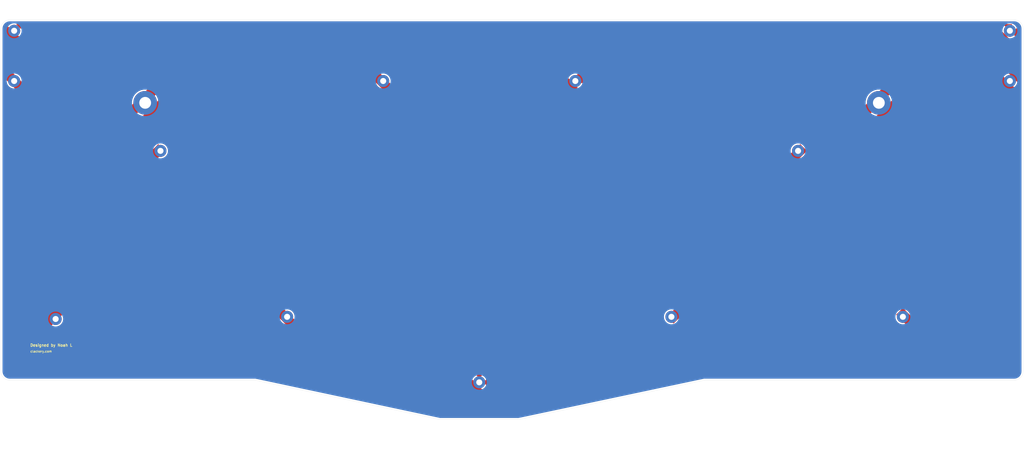
<source format=kicad_pcb>
(kicad_pcb (version 20171130) (host pcbnew "(5.1.6)-1")

  (general
    (thickness 1.6)
    (drawings 452)
    (tracks 0)
    (zones 0)
    (modules 16)
    (nets 1)
  )

  (page A3)
  (layers
    (0 F.Cu signal)
    (31 B.Cu signal)
    (32 B.Adhes user)
    (33 F.Adhes user)
    (34 B.Paste user)
    (35 F.Paste user)
    (36 B.SilkS user)
    (37 F.SilkS user)
    (38 B.Mask user)
    (39 F.Mask user)
    (40 Dwgs.User user)
    (41 Cmts.User user)
    (42 Eco1.User user)
    (43 Eco2.User user)
    (44 Edge.Cuts user)
    (45 Margin user)
    (46 B.CrtYd user)
    (47 F.CrtYd user)
    (48 B.Fab user)
    (49 F.Fab user)
  )

  (setup
    (last_trace_width 0.25)
    (trace_clearance 0.2)
    (zone_clearance 0.508)
    (zone_45_only no)
    (trace_min 0.2)
    (via_size 0.8)
    (via_drill 0.4)
    (via_min_size 0.4)
    (via_min_drill 0.3)
    (uvia_size 0.3)
    (uvia_drill 0.1)
    (uvias_allowed no)
    (uvia_min_size 0.2)
    (uvia_min_drill 0.1)
    (edge_width 0.05)
    (segment_width 0.2)
    (pcb_text_width 0.3)
    (pcb_text_size 1.5 1.5)
    (mod_edge_width 0.12)
    (mod_text_size 1 1)
    (mod_text_width 0.15)
    (pad_size 1.524 1.524)
    (pad_drill 0.762)
    (pad_to_mask_clearance 0.051)
    (solder_mask_min_width 0.25)
    (aux_axis_origin 0 0)
    (visible_elements 7FFFFFFF)
    (pcbplotparams
      (layerselection 0x010fc_ffffffff)
      (usegerberextensions false)
      (usegerberattributes false)
      (usegerberadvancedattributes false)
      (creategerberjobfile false)
      (excludeedgelayer true)
      (linewidth 0.100000)
      (plotframeref false)
      (viasonmask false)
      (mode 1)
      (useauxorigin false)
      (hpglpennumber 1)
      (hpglpenspeed 20)
      (hpglpendiameter 15.000000)
      (psnegative false)
      (psa4output false)
      (plotreference true)
      (plotvalue true)
      (plotinvisibletext false)
      (padsonsilk false)
      (subtractmaskfromsilk false)
      (outputformat 1)
      (mirror false)
      (drillshape 0)
      (scaleselection 1)
      (outputdirectory "gerbers"))
  )

  (net 0 "")

  (net_class Default "This is the default net class."
    (clearance 0.2)
    (trace_width 0.25)
    (via_dia 0.8)
    (via_drill 0.4)
    (uvia_dia 0.3)
    (uvia_drill 0.1)
  )

  (module MountingHole:MountingHole_2.2mm_M2_Pad (layer F.Cu) (tedit 56D1B4CB) (tstamp 5F56225D)
    (at 266.7 180.975)
    (descr "Mounting Hole 2.2mm, M2")
    (tags "mounting hole 2.2mm m2")
    (path /5F56C269)
    (attr virtual)
    (fp_text reference H13 (at 0 -3.2) (layer F.SilkS) hide
      (effects (font (size 1 1) (thickness 0.15)))
    )
    (fp_text value MountingHole (at 0 3.2) (layer F.Fab)
      (effects (font (size 1 1) (thickness 0.15)))
    )
    (fp_circle (center 0 0) (end 2.2 0) (layer Cmts.User) (width 0.15))
    (fp_circle (center 0 0) (end 2.45 0) (layer F.CrtYd) (width 0.05))
    (fp_text user %R (at 0.3 0) (layer F.Fab)
      (effects (font (size 1 1) (thickness 0.15)))
    )
    (pad 1 thru_hole circle (at 0 0) (size 4.4 4.4) (drill 2.2) (layers *.Cu *.Mask))
  )

  (module MountingHole:MountingHole_2.2mm_M2_Pad (layer F.Cu) (tedit 56D1B4CB) (tstamp 5F562256)
    (at 127 180.975)
    (descr "Mounting Hole 2.2mm, M2")
    (tags "mounting hole 2.2mm m2")
    (path /5F56BA46)
    (attr virtual)
    (fp_text reference H11 (at 0 -3.2) (layer F.SilkS) hide
      (effects (font (size 1 1) (thickness 0.15)))
    )
    (fp_text value MountingHole (at 0 3.2) (layer F.Fab)
      (effects (font (size 1 1) (thickness 0.15)))
    )
    (fp_circle (center 0 0) (end 2.2 0) (layer Cmts.User) (width 0.15))
    (fp_circle (center 0 0) (end 2.45 0) (layer F.CrtYd) (width 0.05))
    (fp_text user %R (at 0.3 0) (layer F.Fab)
      (effects (font (size 1 1) (thickness 0.15)))
    )
    (pad 1 thru_hole circle (at 0 0) (size 4.4 4.4) (drill 2.2) (layers *.Cu *.Mask))
  )

  (module MountingHole:MountingHole_2.2mm_M2_Pad (layer F.Cu) (tedit 56D1B4CB) (tstamp 5F56224F)
    (at 27.78125 95.25)
    (descr "Mounting Hole 2.2mm, M2")
    (tags "mounting hole 2.2mm m2")
    (path /5F1FD697)
    (attr virtual)
    (fp_text reference H2 (at 0 -3.2) (layer F.SilkS) hide
      (effects (font (size 1 1) (thickness 0.15)))
    )
    (fp_text value MountingHole (at 0 3.2) (layer F.Fab)
      (effects (font (size 1 1) (thickness 0.15)))
    )
    (fp_circle (center 0 0) (end 2.45 0) (layer F.CrtYd) (width 0.05))
    (fp_circle (center 0 0) (end 2.2 0) (layer Cmts.User) (width 0.15))
    (fp_text user %R (at 0.3 0) (layer F.Fab)
      (effects (font (size 1 1) (thickness 0.15)))
    )
    (pad 1 thru_hole circle (at 0 0) (size 4.4 4.4) (drill 2.2) (layers *.Cu *.Mask))
  )

  (module MountingHole:MountingHole_2.2mm_M2_Pad (layer F.Cu) (tedit 56D1B4CB) (tstamp 5F562248)
    (at 389.73125 76.99375)
    (descr "Mounting Hole 2.2mm, M2")
    (tags "mounting hole 2.2mm m2")
    (path /5F1FDA7C)
    (attr virtual)
    (fp_text reference H3 (at 0 -3.2) (layer F.SilkS) hide
      (effects (font (size 1 1) (thickness 0.15)))
    )
    (fp_text value MountingHole (at 0 3.2) (layer F.Fab)
      (effects (font (size 1 1) (thickness 0.15)))
    )
    (fp_circle (center 0 0) (end 2.45 0) (layer F.CrtYd) (width 0.05))
    (fp_circle (center 0 0) (end 2.2 0) (layer Cmts.User) (width 0.15))
    (fp_text user %R (at 0.3 0) (layer F.Fab)
      (effects (font (size 1 1) (thickness 0.15)))
    )
    (pad 1 thru_hole circle (at 0 0) (size 4.4 4.4) (drill 2.2) (layers *.Cu *.Mask))
  )

  (module MountingHole:MountingHole_2.2mm_M2_Pad (layer F.Cu) (tedit 56D1B4CB) (tstamp 5F562241)
    (at 196.85 204.7875)
    (descr "Mounting Hole 2.2mm, M2")
    (tags "mounting hole 2.2mm m2")
    (path /5F1FE47F)
    (attr virtual)
    (fp_text reference H7 (at 0 -3.2) (layer F.SilkS) hide
      (effects (font (size 1 1) (thickness 0.15)))
    )
    (fp_text value MountingHole (at 0 3.2) (layer F.Fab)
      (effects (font (size 1 1) (thickness 0.15)))
    )
    (fp_circle (center 0 0) (end 2.45 0) (layer F.CrtYd) (width 0.05))
    (fp_circle (center 0 0) (end 2.2 0) (layer Cmts.User) (width 0.15))
    (fp_text user %R (at 0.3 0) (layer F.Fab)
      (effects (font (size 1 1) (thickness 0.15)))
    )
    (pad 1 thru_hole circle (at 0 0) (size 4.4 4.4) (drill 2.2) (layers *.Cu *.Mask))
  )

  (module MountingHole:MountingHole_2.2mm_M2_Pad (layer F.Cu) (tedit 56D1B4CB) (tstamp 5F56223A)
    (at 350.8375 180.975)
    (descr "Mounting Hole 2.2mm, M2")
    (tags "mounting hole 2.2mm m2")
    (path /5F1FE7F9)
    (attr virtual)
    (fp_text reference H9 (at 0 -3.2) (layer F.SilkS) hide
      (effects (font (size 1 1) (thickness 0.15)))
    )
    (fp_text value MountingHole (at 0 3.2) (layer F.Fab)
      (effects (font (size 1 1) (thickness 0.15)))
    )
    (fp_circle (center 0 0) (end 2.45 0) (layer F.CrtYd) (width 0.05))
    (fp_circle (center 0 0) (end 2.2 0) (layer Cmts.User) (width 0.15))
    (fp_text user %R (at 0.3 0) (layer F.Fab)
      (effects (font (size 1 1) (thickness 0.15)))
    )
    (pad 1 thru_hole circle (at 0 0) (size 4.4 4.4) (drill 2.2) (layers *.Cu *.Mask))
  )

  (module MountingHole:MountingHole_2.2mm_M2_Pad (layer F.Cu) (tedit 56D1B4CB) (tstamp 5F562233)
    (at 80.9625 120.65)
    (descr "Mounting Hole 2.2mm, M2")
    (tags "mounting hole 2.2mm m2")
    (path /5F1FE900)
    (attr virtual)
    (fp_text reference H10 (at 0 -3.2) (layer F.SilkS) hide
      (effects (font (size 1 1) (thickness 0.15)))
    )
    (fp_text value MountingHole (at 0 3.2) (layer F.Fab)
      (effects (font (size 1 1) (thickness 0.15)))
    )
    (fp_circle (center 0 0) (end 2.45 0) (layer F.CrtYd) (width 0.05))
    (fp_circle (center 0 0) (end 2.2 0) (layer Cmts.User) (width 0.15))
    (fp_text user %R (at 0.3 0) (layer F.Fab)
      (effects (font (size 1 1) (thickness 0.15)))
    )
    (pad 1 thru_hole circle (at 0 0) (size 4.4 4.4) (drill 2.2) (layers *.Cu *.Mask))
  )

  (module MountingHole:MountingHole_2.2mm_M2_Pad (layer F.Cu) (tedit 56D1B4CB) (tstamp 5F56222C)
    (at 27.78125 76.99375)
    (descr "Mounting Hole 2.2mm, M2")
    (tags "mounting hole 2.2mm m2")
    (path /5F1FBF88)
    (attr virtual)
    (fp_text reference H1 (at 0 -3.2) (layer F.SilkS) hide
      (effects (font (size 1 1) (thickness 0.15)))
    )
    (fp_text value MountingHole (at 0 3.2) (layer F.Fab)
      (effects (font (size 1 1) (thickness 0.15)))
    )
    (fp_circle (center 0 0) (end 2.45 0) (layer F.CrtYd) (width 0.05))
    (fp_circle (center 0 0) (end 2.2 0) (layer Cmts.User) (width 0.15))
    (fp_text user %R (at 0.3 0) (layer F.Fab)
      (effects (font (size 1 1) (thickness 0.15)))
    )
    (pad 1 thru_hole circle (at 0 0) (size 4.4 4.4) (drill 2.2) (layers *.Cu *.Mask))
  )

  (module MountingHole:MountingHole_2.2mm_M2_Pad (layer F.Cu) (tedit 56D1B4CB) (tstamp 5F562225)
    (at 161.925 95.25)
    (descr "Mounting Hole 2.2mm, M2")
    (tags "mounting hole 2.2mm m2")
    (path /5F1FE095)
    (attr virtual)
    (fp_text reference H5 (at 0 -3.2) (layer F.SilkS) hide
      (effects (font (size 1 1) (thickness 0.15)))
    )
    (fp_text value MountingHole (at 0 3.2) (layer F.Fab)
      (effects (font (size 1 1) (thickness 0.15)))
    )
    (fp_circle (center 0 0) (end 2.45 0) (layer F.CrtYd) (width 0.05))
    (fp_circle (center 0 0) (end 2.2 0) (layer Cmts.User) (width 0.15))
    (fp_text user %R (at 0.3 0) (layer F.Fab)
      (effects (font (size 1 1) (thickness 0.15)))
    )
    (pad 1 thru_hole circle (at 0 0) (size 4.4 4.4) (drill 2.2) (layers *.Cu *.Mask))
  )

  (module MountingHole:MountingHole_2.2mm_M2_Pad (layer F.Cu) (tedit 56D1B4CB) (tstamp 5F56221E)
    (at 42.8625 181.76875)
    (descr "Mounting Hole 2.2mm, M2")
    (tags "mounting hole 2.2mm m2")
    (path /5F1FE6F9)
    (attr virtual)
    (fp_text reference H8 (at 0 -3.2) (layer F.SilkS) hide
      (effects (font (size 1 1) (thickness 0.15)))
    )
    (fp_text value MountingHole (at 0 3.2) (layer F.Fab)
      (effects (font (size 1 1) (thickness 0.15)))
    )
    (fp_circle (center 0 0) (end 2.45 0) (layer F.CrtYd) (width 0.05))
    (fp_circle (center 0 0) (end 2.2 0) (layer Cmts.User) (width 0.15))
    (fp_text user %R (at 0.3 0) (layer F.Fab)
      (effects (font (size 1 1) (thickness 0.15)))
    )
    (pad 1 thru_hole circle (at 0 0) (size 4.4 4.4) (drill 2.2) (layers *.Cu *.Mask))
  )

  (module MountingHole:MountingHole_2.2mm_M2_Pad (layer F.Cu) (tedit 56D1B4CB) (tstamp 5F562217)
    (at 231.775 95.25)
    (descr "Mounting Hole 2.2mm, M2")
    (tags "mounting hole 2.2mm m2")
    (path /5F1FE238)
    (attr virtual)
    (fp_text reference H6 (at 0 -3.2) (layer F.SilkS) hide
      (effects (font (size 1 1) (thickness 0.15)))
    )
    (fp_text value MountingHole (at 0 3.2) (layer F.Fab)
      (effects (font (size 1 1) (thickness 0.15)))
    )
    (fp_circle (center 0 0) (end 2.45 0) (layer F.CrtYd) (width 0.05))
    (fp_circle (center 0 0) (end 2.2 0) (layer Cmts.User) (width 0.15))
    (fp_text user %R (at 0.3 0) (layer F.Fab)
      (effects (font (size 1 1) (thickness 0.15)))
    )
    (pad 1 thru_hole circle (at 0 0) (size 4.4 4.4) (drill 2.2) (layers *.Cu *.Mask))
  )

  (module MountingHole:MountingHole_2.2mm_M2_Pad (layer F.Cu) (tedit 56D1B4CB) (tstamp 5F562210)
    (at 312.7375 120.65)
    (descr "Mounting Hole 2.2mm, M2")
    (tags "mounting hole 2.2mm m2")
    (path /5F2C5358)
    (attr virtual)
    (fp_text reference H12 (at 0 -3.2) (layer F.SilkS) hide
      (effects (font (size 1 1) (thickness 0.15)))
    )
    (fp_text value MountingHole (at 0 3.2) (layer F.Fab)
      (effects (font (size 1 1) (thickness 0.15)))
    )
    (fp_circle (center 0 0) (end 2.45 0) (layer F.CrtYd) (width 0.05))
    (fp_circle (center 0 0) (end 2.2 0) (layer Cmts.User) (width 0.15))
    (fp_text user %R (at 0.3 0) (layer F.Fab)
      (effects (font (size 1 1) (thickness 0.15)))
    )
    (pad 1 thru_hole circle (at 0 0) (size 4.4 4.4) (drill 2.2) (layers *.Cu *.Mask))
  )

  (module MountingHole:MountingHole_2.2mm_M2_Pad (layer F.Cu) (tedit 56D1B4CB) (tstamp 5F562209)
    (at 389.73125 95.25)
    (descr "Mounting Hole 2.2mm, M2")
    (tags "mounting hole 2.2mm m2")
    (path /5F1FDE34)
    (attr virtual)
    (fp_text reference H4 (at 0 -3.2) (layer F.SilkS) hide
      (effects (font (size 1 1) (thickness 0.15)))
    )
    (fp_text value MountingHole (at 0 3.2) (layer F.Fab)
      (effects (font (size 1 1) (thickness 0.15)))
    )
    (fp_circle (center 0 0) (end 2.45 0) (layer F.CrtYd) (width 0.05))
    (fp_circle (center 0 0) (end 2.2 0) (layer Cmts.User) (width 0.15))
    (fp_text user %R (at 0.3 0) (layer F.Fab)
      (effects (font (size 1 1) (thickness 0.15)))
    )
    (pad 1 thru_hole circle (at 0 0) (size 4.4 4.4) (drill 2.2) (layers *.Cu *.Mask))
  )

  (module MountingHole:MountingHole_4.3mm_M4_Pad (layer F.Cu) (tedit 56D1B4CB) (tstamp 5F1F0785)
    (at 75.40625 103.1875)
    (descr "Mounting Hole 4.3mm, M4")
    (tags "mounting hole 4.3mm m4")
    (attr virtual)
    (fp_text reference REF** (at 0 -5.3) (layer F.SilkS) hide
      (effects (font (size 1 1) (thickness 0.15)))
    )
    (fp_text value MountingHole_4.3mm_M4_Pad (at 0 5.3) (layer F.Fab)
      (effects (font (size 1 1) (thickness 0.15)))
    )
    (fp_circle (center 0 0) (end 4.3 0) (layer Cmts.User) (width 0.15))
    (fp_circle (center 0 0) (end 4.55 0) (layer F.CrtYd) (width 0.05))
    (fp_text user %R (at 0.3 0) (layer F.Fab)
      (effects (font (size 1 1) (thickness 0.15)))
    )
    (pad 1 thru_hole circle (at 0 0) (size 8.6 8.6) (drill 4.3) (layers *.Cu *.Mask))
  )

  (module MountingHole:MountingHole_4.3mm_M4_Pad (layer F.Cu) (tedit 56D1B4CB) (tstamp 5F1F0767)
    (at 342.10625 103.1875)
    (descr "Mounting Hole 4.3mm, M4")
    (tags "mounting hole 4.3mm m4")
    (attr virtual)
    (fp_text reference REF** (at 0 -5.3) (layer F.SilkS) hide
      (effects (font (size 1 1) (thickness 0.15)))
    )
    (fp_text value MountingHole_4.3mm_M4_Pad (at 0 5.3) (layer F.Fab)
      (effects (font (size 1 1) (thickness 0.15)))
    )
    (fp_circle (center 0 0) (end 4.55 0) (layer F.CrtYd) (width 0.05))
    (fp_circle (center 0 0) (end 4.3 0) (layer Cmts.User) (width 0.15))
    (fp_text user %R (at 0.3 0) (layer F.Fab)
      (effects (font (size 1 1) (thickness 0.15)))
    )
    (pad 1 thru_hole circle (at 0 0) (size 8.6 8.6) (drill 4.3) (layers *.Cu *.Mask))
  )

  (module keyboard_bottom:logo_back (layer B.Cu) (tedit 0) (tstamp 5F1EBB0C)
    (at 200.025 155.575 180)
    (fp_text reference G*** (at 0 0) (layer B.SilkS) hide
      (effects (font (size 1.524 1.524) (thickness 0.3)) (justify mirror))
    )
    (fp_text value LOGO (at 0.75 0) (layer B.SilkS) hide
      (effects (font (size 1.524 1.524) (thickness 0.3)) (justify mirror))
    )
    (fp_poly (pts (xy 147.574 9.017) (xy 135.250231 9.017) (xy 135.284365 6.12775) (xy 135.3185 3.2385)
      (xy 141.44625 3.205531) (xy 147.574 3.172561) (xy 147.574 -1.524) (xy 135.255 -1.524)
      (xy 135.255 -13.462) (xy 152.146 -13.462) (xy 152.146 -18.288) (xy 130.556 -18.288)
      (xy 130.556 13.716) (xy 147.574 13.716) (xy 147.574 9.017)) (layer B.Mask) (width 0.01))
    (fp_poly (pts (xy 103.852774 13.688281) (xy 105.343549 13.6525) (xy 113.409524 2.813933) (xy 121.4755 -8.024634)
      (xy 121.540418 13.716) (xy 123.889699 13.716) (xy 126.23898 13.716001) (xy 126.20674 -2.25425)
      (xy 126.1745 -18.2245) (xy 123.396273 -18.2245) (xy 115.260386 -7.31909) (xy 107.1245 3.58632)
      (xy 107.092044 -7.35084) (xy 107.059589 -18.288) (xy 104.795461 -18.288) (xy 104.06151 -18.283465)
      (xy 103.417196 -18.270877) (xy 102.904819 -18.251762) (xy 102.566676 -18.227643) (xy 102.446666 -18.203333)
      (xy 102.436085 -18.068137) (xy 102.425885 -17.694235) (xy 102.416148 -17.09692) (xy 102.406954 -16.291486)
      (xy 102.398384 -15.293226) (xy 102.390519 -14.117434) (xy 102.38344 -12.779403) (xy 102.377228 -11.294427)
      (xy 102.371963 -9.677799) (xy 102.367727 -7.944813) (xy 102.3646 -6.110762) (xy 102.362664 -4.19094)
      (xy 102.362 -2.200641) (xy 102.362 13.724061) (xy 103.852774 13.688281)) (layer B.Mask) (width 0.01))
    (fp_poly (pts (xy 44.41825 13.686263) (xy 46.134151 13.678144) (xy 47.615643 13.6704) (xy 48.882315 13.662391)
      (xy 49.953757 13.653481) (xy 50.849556 13.64303) (xy 51.589303 13.630402) (xy 52.192586 13.614957)
      (xy 52.678995 13.596059) (xy 53.068117 13.573068) (xy 53.379543 13.545348) (xy 53.632862 13.51226)
      (xy 53.847662 13.473166) (xy 54.043532 13.427428) (xy 54.240062 13.374408) (xy 54.272428 13.365333)
      (xy 55.627508 12.885527) (xy 56.771516 12.265116) (xy 57.707449 11.500207) (xy 58.438304 10.586909)
      (xy 58.967076 9.521331) (xy 59.296762 8.299582) (xy 59.430359 6.91777) (xy 59.433794 6.662433)
      (xy 59.339875 5.405991) (xy 59.056807 4.290198) (xy 58.591194 3.328596) (xy 57.949638 2.534728)
      (xy 57.138742 1.922136) (xy 57.11629 1.909223) (xy 56.49131 1.552282) (xy 57.169905 1.33008)
      (xy 58.405708 0.820035) (xy 59.465274 0.150878) (xy 60.359464 -0.690011) (xy 61.099136 -1.715252)
      (xy 61.695151 -2.937466) (xy 62.158366 -4.369274) (xy 62.193826 -4.5085) (xy 62.276727 -4.898894)
      (xy 62.336875 -5.33722) (xy 62.377125 -5.868927) (xy 62.400335 -6.539464) (xy 62.409362 -7.394278)
      (xy 62.409373 -7.9375) (xy 62.403857 -8.850335) (xy 62.389829 -9.558135) (xy 62.363369 -10.109822)
      (xy 62.320557 -10.55432) (xy 62.257471 -10.940552) (xy 62.170191 -11.317441) (xy 62.124986 -11.486131)
      (xy 61.623266 -12.915525) (xy 60.953374 -14.1634) (xy 60.106458 -15.246057) (xy 60.052315 -15.3035)
      (xy 59.209244 -16.092116) (xy 58.323812 -16.708323) (xy 57.312303 -17.205735) (xy 56.74219 -17.423438)
      (xy 56.342692 -17.563224) (xy 55.974602 -17.684864) (xy 55.617613 -17.789752) (xy 55.251415 -17.879284)
      (xy 54.855699 -17.954854) (xy 54.410156 -18.017856) (xy 53.894478 -18.069687) (xy 53.288356 -18.111739)
      (xy 52.571481 -18.145409) (xy 51.723543 -18.172091) (xy 50.724235 -18.193179) (xy 49.553247 -18.210069)
      (xy 48.190271 -18.224155) (xy 46.614997 -18.236832) (xy 44.807118 -18.249495) (xy 44.704 -18.250195)
      (xy 43.218283 -18.258939) (xy 41.806971 -18.264645) (xy 40.4906 -18.267393) (xy 39.289708 -18.267265)
      (xy 38.224832 -18.26434) (xy 37.316508 -18.258698) (xy 36.585274 -18.250421) (xy 36.051666 -18.239588)
      (xy 35.736222 -18.22628) (xy 35.65525 -18.214813) (xy 35.643345 -18.078162) (xy 35.631871 -17.702819)
      (xy 35.620916 -17.104091) (xy 35.610572 -16.297285) (xy 35.600931 -15.297709) (xy 35.592082 -14.12067)
      (xy 35.588165 -13.462) (xy 40.386 -13.462) (xy 46.51375 -13.459794) (xy 48.005538 -13.457826)
      (xy 49.26584 -13.452675) (xy 50.317157 -13.443733) (xy 51.18199 -13.430391) (xy 51.88284 -13.412038)
      (xy 52.442208 -13.388065) (xy 52.882594 -13.357862) (xy 53.226499 -13.32082) (xy 53.496425 -13.276328)
      (xy 53.528284 -13.269748) (xy 54.665036 -12.927071) (xy 55.614977 -12.418157) (xy 56.3807 -11.739409)
      (xy 56.964799 -10.887227) (xy 57.369868 -9.858013) (xy 57.598499 -8.648168) (xy 57.656122 -7.542084)
      (xy 57.617808 -6.464355) (xy 57.491405 -5.563468) (xy 57.265499 -4.774113) (xy 57.104436 -4.384996)
      (xy 56.613848 -3.536587) (xy 55.980556 -2.852282) (xy 55.171077 -2.30313) (xy 54.207245 -1.879842)
      (xy 54.022106 -1.815385) (xy 53.840717 -1.761143) (xy 53.639998 -1.716072) (xy 53.396869 -1.67913)
      (xy 53.088252 -1.649272) (xy 52.691066 -1.625456) (xy 52.182232 -1.60664) (xy 51.53867 -1.591779)
      (xy 50.7373 -1.57983) (xy 49.755042 -1.569751) (xy 48.568817 -1.560499) (xy 47.155546 -1.55103)
      (xy 46.89475 -1.549348) (xy 40.386 -1.507445) (xy 40.386 -13.462) (xy 35.588165 -13.462)
      (xy 35.584118 -12.781476) (xy 35.57713 -11.295433) (xy 35.571207 -9.67785) (xy 35.566442 -7.944033)
      (xy 35.562925 -6.10929) (xy 35.560747 -4.188929) (xy 35.56 -2.198257) (xy 35.56 3.157311)
      (xy 40.386 3.157311) (xy 46.38675 3.20739) (xy 47.857821 3.221157) (xy 49.095062 3.236313)
      (xy 50.118639 3.253566) (xy 50.948719 3.273625) (xy 51.605471 3.297198) (xy 52.109062 3.324994)
      (xy 52.47966 3.35772) (xy 52.737433 3.396085) (xy 52.888923 3.435769) (xy 53.454455 3.734704)
      (xy 53.960072 4.176946) (xy 54.333566 4.690221) (xy 54.468242 5.0165) (xy 54.615973 5.923856)
      (xy 54.555744 6.770964) (xy 54.300235 7.524671) (xy 53.862124 8.151824) (xy 53.254091 8.619269)
      (xy 53.052633 8.718108) (xy 52.911869 8.772857) (xy 52.74615 8.818777) (xy 52.532376 8.856826)
      (xy 52.247449 8.887962) (xy 51.868271 8.913144) (xy 51.371741 8.93333) (xy 50.734763 8.949478)
      (xy 49.934236 8.962547) (xy 48.947063 8.973496) (xy 47.750144 8.983282) (xy 46.45025 8.992042)
      (xy 40.386 9.030583) (xy 40.386 3.157311) (xy 35.56 3.157311) (xy 35.56 13.727278)
      (xy 44.41825 13.686263)) (layer B.Mask) (width 0.01))
    (fp_poly (pts (xy -2.19026 -2.25425) (xy -2.2225 -18.2245) (xy -5.000202 -18.2245) (xy -13.136351 -7.31845)
      (xy -21.2725 3.587599) (xy -21.304956 -7.3502) (xy -21.337411 -18.288) (xy -23.601539 -18.288)
      (xy -24.33549 -18.283465) (xy -24.979804 -18.270877) (xy -25.492181 -18.251762) (xy -25.830324 -18.227643)
      (xy -25.950334 -18.203333) (xy -25.960916 -18.068136) (xy -25.971117 -17.694235) (xy -25.980855 -17.096925)
      (xy -25.99005 -16.291501) (xy -25.998621 -15.29326) (xy -26.006487 -14.117496) (xy -26.013566 -12.779506)
      (xy -26.019778 -11.294583) (xy -26.025042 -9.678025) (xy -26.029278 -7.945127) (xy -26.032403 -6.111183)
      (xy -26.034338 -4.191489) (xy -26.035 -2.201342) (xy -26.035 13.716) (xy -24.54275 13.707574)
      (xy -23.0505 13.699147) (xy -6.9215 -8.020799) (xy -6.889041 2.847601) (xy -6.856582 13.716)
      (xy -4.507301 13.716) (xy -2.15802 13.716001) (xy -2.19026 -2.25425)) (layer B.Mask) (width 0.01))
    (fp_poly (pts (xy -30.48 -18.288) (xy -35.179 -18.288) (xy -35.179 13.716) (xy -30.48 13.716)
      (xy -30.48 -18.288)) (layer B.Mask) (width 0.01))
    (fp_poly (pts (xy -57.11825 13.713485) (xy -55.332485 13.712209) (xy -53.779727 13.708884) (xy -52.438986 13.702579)
      (xy -51.289273 13.692362) (xy -50.309595 13.677302) (xy -49.478965 13.656468) (xy -48.776391 13.628928)
      (xy -48.180883 13.59375) (xy -47.671451 13.550003) (xy -47.227105 13.496756) (xy -46.826855 13.433077)
      (xy -46.44971 13.358034) (xy -46.07468 13.270697) (xy -45.847 13.213305) (xy -44.343342 12.711192)
      (xy -43.012981 12.023505) (xy -41.857872 11.152176) (xy -40.879972 10.099136) (xy -40.081236 8.866316)
      (xy -39.463619 7.455648) (xy -39.218774 6.6675) (xy -39.122909 6.287221) (xy -39.051466 5.917515)
      (xy -39.000825 5.511452) (xy -38.967368 5.022103) (xy -38.947474 4.402537) (xy -38.937523 3.605825)
      (xy -38.93471 2.9845) (xy -38.934887 2.055245) (xy -38.943582 1.331125) (xy -38.964413 0.763324)
      (xy -39.000999 0.303025) (xy -39.056956 -0.098589) (xy -39.135902 -0.490334) (xy -39.217045 -0.8255)
      (xy -39.420398 -1.508034) (xy -39.692763 -2.265859) (xy -39.980575 -2.951798) (xy -40.025901 -3.048)
      (xy -40.594374 -4.004388) (xy -41.345451 -4.933142) (xy -42.217457 -5.77176) (xy -43.148716 -6.457736)
      (xy -43.688 -6.759228) (xy -44.629829 -7.162966) (xy -45.672747 -7.514764) (xy -46.717202 -7.785414)
      (xy -47.663638 -7.945708) (xy -47.768411 -7.956375) (xy -48.201666 -8.009225) (xy -48.513973 -8.071322)
      (xy -48.640695 -8.129644) (xy -48.641 -8.132185) (xy -48.579414 -8.258535) (xy -48.403232 -8.581876)
      (xy -48.125322 -9.079499) (xy -47.758553 -9.728693) (xy -47.31579 -10.506746) (xy -46.809902 -11.390949)
      (xy -46.253756 -12.358591) (xy -45.838725 -13.078126) (xy -45.252109 -14.095011) (xy -44.704027 -15.047693)
      (xy -44.207756 -15.912909) (xy -43.776571 -16.667393) (xy -43.423749 -17.28788) (xy -43.162564 -17.751106)
      (xy -43.006292 -18.033805) (xy -42.966611 -18.111353) (xy -42.974405 -18.173175) (xy -43.071782 -18.218222)
      (xy -43.288249 -18.248229) (xy -43.65331 -18.264928) (xy -44.19647 -18.270054) (xy -44.947234 -18.265339)
      (xy -45.47845 -18.258926) (xy -48.060128 -18.2245) (xy -53.79397 -8.1915) (xy -60.96 -8.124044)
      (xy -60.96 -18.288) (xy -65.659 -18.288) (xy -65.659 9.017) (xy -60.96 9.017)
      (xy -60.96 -3.302) (xy -54.817835 -3.302) (xy -53.569483 -3.299574) (xy -52.38032 -3.292623)
      (xy -51.27822 -3.281634) (xy -50.291061 -3.267096) (xy -49.446717 -3.249497) (xy -48.773065 -3.229326)
      (xy -48.29798 -3.207069) (xy -48.050813 -3.183498) (xy -46.843399 -2.855011) (xy -45.825739 -2.36162)
      (xy -44.990949 -1.699203) (xy -44.429587 -1.014453) (xy -44.058787 -0.391825) (xy -43.794392 0.240205)
      (xy -43.622199 0.940641) (xy -43.528005 1.768484) (xy -43.497607 2.782735) (xy -43.4975 2.8575)
      (xy -43.524293 3.887254) (xy -43.61408 4.726315) (xy -43.780972 5.43324) (xy -44.039082 6.066589)
      (xy -44.402522 6.684919) (xy -44.429587 6.725187) (xy -45.109647 7.50494) (xy -45.983826 8.121138)
      (xy -47.051732 8.573572) (xy -48.312972 8.862029) (xy -48.43852 8.880297) (xy -48.806614 8.912805)
      (xy -49.404379 8.941803) (xy -50.207503 8.966801) (xy -51.191674 8.987305) (xy -52.332581 9.002823)
      (xy -53.605913 9.012864) (xy -54.987358 9.016935) (xy -55.19069 9.017001) (xy -60.96 9.017)
      (xy -65.659 9.017) (xy -65.659 13.716) (xy -57.11825 13.713485)) (layer B.Mask) (width 0.01))
    (fp_poly (pts (xy -87.09025 13.686666) (xy -77.9145 13.644969) (xy -76.6445 13.301918) (xy -75.523915 12.94053)
      (xy -74.436204 12.480464) (xy -73.44674 11.954135) (xy -72.620894 11.393958) (xy -72.364175 11.1795)
      (xy -71.459971 10.205678) (xy -70.698824 9.041314) (xy -70.094146 7.714287) (xy -69.65935 6.252477)
      (xy -69.460517 5.1435) (xy -69.371235 4.110354) (xy -69.35116 2.950711) (xy -69.396069 1.747713)
      (xy -69.501737 0.584506) (xy -69.663942 -0.455767) (xy -69.768427 -0.917426) (xy -70.270876 -2.424569)
      (xy -70.952226 -3.753408) (xy -71.811035 -4.902084) (xy -72.845862 -5.868734) (xy -74.055268 -6.651496)
      (xy -74.307247 -6.780547) (xy -75.690555 -7.359458) (xy -77.115813 -7.766567) (xy -78.32725 -7.961264)
      (xy -78.738206 -8.017707) (xy -79.025028 -8.0893) (xy -79.121 -8.153614) (xy -79.059431 -8.284292)
      (xy -78.883211 -8.612128) (xy -78.605069 -9.114528) (xy -78.237737 -9.7689) (xy -77.793945 -10.552652)
      (xy -77.286423 -11.443191) (xy -76.727902 -12.417924) (xy -76.2635 -13.224801) (xy -75.674545 -14.247292)
      (xy -75.126528 -15.200951) (xy -74.632139 -16.06353) (xy -74.204071 -16.812782) (xy -73.855013 -17.426461)
      (xy -73.597655 -17.88232) (xy -73.444689 -18.158113) (xy -73.406 -18.234052) (xy -73.526659 -18.250457)
      (xy -73.863274 -18.264854) (xy -74.377804 -18.276432) (xy -75.032208 -18.284384) (xy -75.788447 -18.2879)
      (xy -75.943073 -18.288) (xy -78.480145 -18.288) (xy -78.685937 -17.973921) (xy -78.791318 -17.799006)
      (xy -79.008101 -17.427905) (xy -79.322129 -16.885228) (xy -79.719245 -16.195585) (xy -80.185294 -15.383586)
      (xy -80.706117 -14.47384) (xy -81.267558 -13.490958) (xy -81.589929 -12.925671) (xy -84.288128 -8.1915)
      (xy -91.44 -8.124044) (xy -91.44 -18.288) (xy -93.768334 -18.288) (xy -94.512943 -18.283587)
      (xy -95.168304 -18.271326) (xy -95.692763 -18.252676) (xy -96.044663 -18.2291) (xy -96.181334 -18.203333)
      (xy -96.191914 -18.068138) (xy -96.202113 -17.694235) (xy -96.21185 -17.096918) (xy -96.221044 -16.291478)
      (xy -96.229613 -15.293208) (xy -96.237478 -14.1174) (xy -96.244557 -12.779348) (xy -96.250769 -11.294343)
      (xy -96.256034 -9.677678) (xy -96.260271 -7.944646) (xy -96.263398 -6.110538) (xy -96.265335 -4.190647)
      (xy -96.265627 -3.31479) (xy -91.44 -3.31479) (xy -84.93125 -3.273801) (xy -83.475881 -3.264327)
      (xy -82.251297 -3.255107) (xy -81.234288 -3.245126) (xy -80.401643 -3.233366) (xy -79.73015 -3.21881)
      (xy -79.196599 -3.200441) (xy -78.777778 -3.177244) (xy -78.450477 -3.1482) (xy -78.191484 -3.112293)
      (xy -77.977588 -3.068507) (xy -77.785578 -3.015824) (xy -77.592243 -2.953228) (xy -77.589075 -2.952162)
      (xy -76.523752 -2.478744) (xy -75.644425 -1.836972) (xy -74.948877 -1.023653) (xy -74.434892 -0.035591)
      (xy -74.100252 1.130406) (xy -73.953676 2.286) (xy -73.957746 3.627171) (xy -74.148299 4.85068)
      (xy -74.517234 5.938481) (xy -75.056453 6.872528) (xy -75.757855 7.634775) (xy -76.610617 8.205792)
      (xy -76.925346 8.362898) (xy -77.216284 8.495795) (xy -77.507308 8.606689) (xy -77.822297 8.697785)
      (xy -78.185129 8.77129) (xy -78.61968 8.829409) (xy -79.14983 8.874347) (xy -79.799454 8.908309)
      (xy -80.592432 8.933503) (xy -81.552641 8.952132) (xy -82.703958 8.966402) (xy -84.070262 8.97852)
      (xy -85.05825 8.986086) (xy -91.44 9.033825) (xy -91.44 -3.31479) (xy -96.265627 -3.31479)
      (xy -96.266 -2.200267) (xy -96.266 13.728364) (xy -87.09025 13.686666)) (layer B.Mask) (width 0.01))
    (fp_poly (pts (xy -104.267 9.017) (xy -116.590769 9.017) (xy -116.556635 6.12775) (xy -116.5225 3.2385)
      (xy -110.39475 3.205531) (xy -104.267 3.172561) (xy -104.267 -1.524) (xy -116.586 -1.524)
      (xy -116.586 -13.462) (xy -99.695 -13.462) (xy -99.695 -18.288) (xy -110.468834 -18.288)
      (xy -112.101036 -18.287024) (xy -113.66004 -18.284194) (xy -115.127192 -18.279656) (xy -116.483838 -18.273555)
      (xy -117.711324 -18.266035) (xy -118.790996 -18.257244) (xy -119.704198 -18.247325) (xy -120.432278 -18.236425)
      (xy -120.956581 -18.22469) (xy -121.258453 -18.212263) (xy -121.327334 -18.203333) (xy -121.337916 -18.068136)
      (xy -121.348117 -17.694235) (xy -121.357855 -17.096925) (xy -121.36705 -16.291501) (xy -121.375621 -15.29326)
      (xy -121.383487 -14.117496) (xy -121.390566 -12.779506) (xy -121.396778 -11.294583) (xy -121.402042 -9.678025)
      (xy -121.406278 -7.945127) (xy -121.409403 -6.111183) (xy -121.411338 -4.191489) (xy -121.412 -2.201342)
      (xy -121.412 13.716) (xy -104.267 13.716) (xy -104.267 9.017)) (layer B.Mask) (width 0.01))
    (fp_poly (pts (xy -125.12626 -2.25425) (xy -125.1585 -18.2245) (xy -129.921 -18.293604) (xy -129.921 -8.128)
      (xy -142.748 -8.128) (xy -142.748 -3.302) (xy -129.921 -3.302) (xy -129.921 13.716)
      (xy -127.50751 13.716001) (xy -125.09402 13.716001) (xy -125.12626 -2.25425)) (layer B.Mask) (width 0.01))
    (fp_poly (pts (xy -147.2565 -18.2245) (xy -152.019 -18.293604) (xy -152.019 18.669) (xy -147.192148 18.669)
      (xy -147.2565 -18.2245)) (layer B.Mask) (width 0.01))
    (fp_poly (pts (xy 83.818088 14.195034) (xy 85.33156 13.987206) (xy 86.787442 13.618883) (xy 88.26376 13.072112)
      (xy 89.2175 12.638551) (xy 90.965505 11.669332) (xy 92.547275 10.522806) (xy 93.948939 9.225959)
      (xy 95.106222 7.912475) (xy 96.073741 6.544032) (xy 96.913412 5.031402) (xy 97.037991 4.774326)
      (xy 97.720701 3.18158) (xy 98.207826 1.657223) (xy 98.515905 0.129929) (xy 98.661474 -1.471629)
      (xy 98.678489 -2.301114) (xy 98.555342 -4.251579) (xy 98.194081 -6.155547) (xy 97.609016 -7.994752)
      (xy 96.814459 -9.750931) (xy 95.824721 -11.40582) (xy 94.654114 -12.941155) (xy 93.316948 -14.338671)
      (xy 91.827535 -15.580106) (xy 90.200186 -16.647194) (xy 88.449213 -17.521671) (xy 86.588926 -18.185275)
      (xy 86.134834 -18.309318) (xy 85.499795 -18.464622) (xy 84.949997 -18.574794) (xy 84.409947 -18.649013)
      (xy 83.804152 -18.696454) (xy 83.057119 -18.726293) (xy 82.6135 -18.737338) (xy 81.850504 -18.745387)
      (xy 81.112 -18.737637) (xy 80.464418 -18.715861) (xy 79.974192 -18.68183) (xy 79.822059 -18.662901)
      (xy 77.837566 -18.225794) (xy 75.93889 -17.556681) (xy 74.142684 -16.667955) (xy 72.465606 -15.572013)
      (xy 70.92431 -14.281251) (xy 69.535451 -12.808065) (xy 68.315686 -11.164849) (xy 67.28167 -9.363999)
      (xy 67.254767 -9.309838) (xy 66.516461 -7.535736) (xy 66.004661 -5.676799) (xy 65.719192 -3.762785)
      (xy 65.686589 -2.696769) (xy 70.421864 -2.696769) (xy 70.611784 -4.378291) (xy 70.991469 -5.880589)
      (xy 71.59126 -7.35119) (xy 72.411643 -8.747842) (xy 73.422761 -10.038899) (xy 74.594754 -11.192716)
      (xy 75.897764 -12.177647) (xy 77.301932 -12.962049) (xy 77.923787 -13.227634) (xy 78.782377 -13.531076)
      (xy 79.586064 -13.74146) (xy 80.41765 -13.873181) (xy 81.359936 -13.940631) (xy 82.120965 -13.957247)
      (xy 82.916813 -13.953665) (xy 83.547107 -13.923013) (xy 84.099648 -13.856276) (xy 84.66224 -13.744438)
      (xy 85.005131 -13.661104) (xy 86.573926 -13.134565) (xy 88.055738 -12.382684) (xy 89.424848 -11.426622)
      (xy 90.655534 -10.287537) (xy 91.722077 -8.98659) (xy 92.598757 -7.54494) (xy 92.710182 -7.322204)
      (xy 93.251277 -6.075437) (xy 93.613432 -4.892475) (xy 93.817747 -3.680596) (xy 93.885322 -2.34708)
      (xy 93.885158 -2.159) (xy 93.838254 -0.996814) (xy 93.69846 0.027791) (xy 93.444548 1.00464)
      (xy 93.055287 2.02356) (xy 92.729556 2.7305) (xy 91.859311 4.249639) (xy 90.809862 5.600045)
      (xy 89.59898 6.769857) (xy 88.244435 7.747218) (xy 86.763995 8.520268) (xy 85.175431 9.077147)
      (xy 83.496512 9.405995) (xy 82.6135 9.48197) (xy 80.945195 9.440578) (xy 79.319579 9.152834)
      (xy 77.753434 8.625058) (xy 76.26354 7.863574) (xy 74.866678 6.874702) (xy 74.241335 6.327837)
      (xy 73.038884 5.042441) (xy 72.056253 3.645036) (xy 71.298338 2.154018) (xy 70.770037 0.587781)
      (xy 70.476247 -1.03528) (xy 70.421864 -2.696769) (xy 65.686589 -2.696769) (xy 65.659878 -1.823452)
      (xy 65.826545 0.111444) (xy 66.219016 2.012145) (xy 66.837117 3.848894) (xy 67.338855 4.953)
      (xy 68.110926 6.338999) (xy 68.976631 7.593506) (xy 70.001098 8.808147) (xy 70.322625 9.150822)
      (xy 71.837752 10.5575) (xy 73.476452 11.74714) (xy 75.225323 12.713961) (xy 77.070962 13.452182)
      (xy 78.999965 13.956022) (xy 80.99893 14.2197) (xy 82.169 14.260321) (xy 83.818088 14.195034)) (layer B.Mask) (width 0.01))
    (fp_poly (pts (xy 18.034 14.255964) (xy 19.466963 14.186474) (xy 20.904785 13.997703) (xy 22.296456 13.702537)
      (xy 23.59097 13.313859) (xy 24.737319 12.844553) (xy 25.646729 12.333038) (xy 25.688759 12.252427)
      (xy 25.654218 12.09419) (xy 25.528849 11.83181) (xy 25.298399 11.438769) (xy 24.948613 10.888548)
      (xy 24.520172 10.237317) (xy 23.210385 8.264383) (xy 22.749442 8.465831) (xy 21.178426 9.043249)
      (xy 19.62848 9.385057) (xy 18.051702 9.500104) (xy 17.272 9.477423) (xy 15.623914 9.255032)
      (xy 14.040317 8.800868) (xy 12.542408 8.133203) (xy 11.151389 7.270308) (xy 9.888462 6.230455)
      (xy 8.774826 5.031915) (xy 7.831685 3.69296) (xy 7.080239 2.231861) (xy 6.541688 0.66689)
      (xy 6.411553 0.117747) (xy 6.28561 -0.747982) (xy 6.226759 -1.762436) (xy 6.233766 -2.831932)
      (xy 6.3054 -3.862782) (xy 6.440427 -4.761303) (xy 6.477976 -4.929658) (xy 6.997185 -6.563762)
      (xy 7.737899 -8.084722) (xy 8.686729 -9.476047) (xy 9.830288 -10.721245) (xy 11.155187 -11.803825)
      (xy 12.648041 -12.707296) (xy 12.8905 -12.828727) (xy 13.674705 -13.19722) (xy 14.347217 -13.471638)
      (xy 14.971494 -13.665398) (xy 15.610996 -13.791915) (xy 16.329181 -13.864603) (xy 17.189509 -13.896878)
      (xy 17.9705 -13.902633) (xy 18.98401 -13.891602) (xy 19.806589 -13.850035) (xy 20.500678 -13.765219)
      (xy 21.128718 -13.624441) (xy 21.753152 -13.414988) (xy 22.436421 -13.124148) (xy 22.9235 -12.894227)
      (xy 24.425328 -12.033628) (xy 25.760563 -10.982904) (xy 26.44775 -10.299429) (xy 26.804916 -9.904661)
      (xy 27.021364 -9.62191) (xy 27.132245 -9.379926) (xy 27.172708 -9.107461) (xy 27.178 -8.819261)
      (xy 27.178 -8.128) (xy 20.193 -8.128) (xy 20.193 -3.299488) (xy 32.0675 -3.3655)
      (xy 32.0675 -18.2245) (xy 27.2415 -18.2245) (xy 27.204805 -17.11325) (xy 27.181315 -16.617606)
      (xy 27.149665 -16.235861) (xy 27.115239 -16.025476) (xy 27.100687 -16.002) (xy 26.96603 -16.067904)
      (xy 26.696103 -16.236302) (xy 26.502382 -16.366115) (xy 25.565515 -16.924146) (xy 24.440025 -17.454775)
      (xy 23.191287 -17.931623) (xy 21.884676 -18.328307) (xy 21.259951 -18.481636) (xy 20.641856 -18.583842)
      (xy 19.840809 -18.66215) (xy 18.926078 -18.714979) (xy 17.966927 -18.740748) (xy 17.032622 -18.737875)
      (xy 16.192429 -18.704778) (xy 15.515614 -18.639877) (xy 15.367 -18.616182) (xy 13.363698 -18.13287)
      (xy 11.449631 -17.423448) (xy 9.644818 -16.500708) (xy 7.969275 -15.377439) (xy 6.443021 -14.066433)
      (xy 5.086072 -12.58048) (xy 4.32935 -11.563494) (xy 3.276112 -9.811299) (xy 2.452845 -7.976504)
      (xy 1.862466 -6.0791) (xy 1.507893 -4.13908) (xy 1.392044 -2.176436) (xy 1.517837 -0.211157)
      (xy 1.888189 1.736764) (xy 2.222722 2.870196) (xy 2.976267 4.721683) (xy 3.951107 6.468958)
      (xy 5.128162 8.089891) (xy 6.488355 9.562349) (xy 8.012608 10.8642) (xy 9.681842 11.973313)
      (xy 10.414 12.372473) (xy 11.950835 13.092524) (xy 13.403032 13.624557) (xy 14.836769 13.98493)
      (xy 16.318226 14.19) (xy 17.913584 14.256127) (xy 18.034 14.255964)) (layer B.Mask) (width 0.01))
  )

  (gr_poly (pts (xy 189.70625 121.44375) (xy 195.2625 115.8875) (xy 182.5625 103.1875) (xy 177.00625 108.74375)) (layer B.Mask) (width 0.1) (tstamp 5F2CA94D))
  (gr_poly (pts (xy 196.85 128.5875) (xy 216.69375 108.74375) (xy 211.1375 103.1875) (xy 191.29375 123.03125)) (layer B.Mask) (width 0.1) (tstamp 5F2CA94D))
  (gr_poly (pts (xy 203.99375 96.04375) (xy 209.55 101.6) (xy 196.85 114.3) (xy 191.29375 108.74375)) (layer B.Mask) (width 0.1) (tstamp 5F2CA94D))
  (gr_poly (pts (xy 195.2625 101.6) (xy 189.70625 107.15625) (xy 184.15 101.6) (xy 189.70625 96.04375)) (layer B.Mask) (width 0.1) (tstamp 5F2CA94D))
  (gr_text "Designed by Noah L" (at 41.275 191.29375) (layer F.SilkS) (tstamp 5F2C7790)
    (effects (font (size 1 1) (thickness 0.2)))
  )
  (gr_text "clackery.com\n" (at 37.592 193.548) (layer F.SilkS) (tstamp 5F2B6F5E)
    (effects (font (size 0.8 0.8) (thickness 0.15)))
  )
  (gr_poly (pts (xy 282.575 200.025) (xy 280.19375 202.40625) (xy 277.8125 202.40625) (xy 274.6375 203.2) (xy 280.19375 197.64375)) (layer F.Cu) (width 0.1) (tstamp 5F2C9362))
  (gr_poly (pts (xy 149.225 192.0875) (xy 134.9375 206.375) (xy 131.7625 205.58125) (xy 131.7625 204.7875) (xy 146.84375 189.70625)) (layer F.Cu) (width 0.1) (tstamp 5F2C93D1))
  (gr_poly (pts (xy 284.95625 202.40625) (xy 284.1625 202.40625) (xy 283.36875 202.40625) (xy 284.1625 201.6125)) (layer F.Cu) (width 0.1) (tstamp 5F2C93EF))
  (gr_poly (pts (xy 280.19375 189.70625) (xy 282.575 192.0875) (xy 270.66875 203.99375) (xy 264.31875 205.58125)) (layer F.Cu) (width 0.1) (tstamp 5F2C93CB))
  (gr_poly (pts (xy 313.53125 189.70625) (xy 315.9125 192.0875) (xy 305.59375 202.40625) (xy 300.83125 202.40625)) (layer F.Cu) (width 0.1) (tstamp 5F2C93FB))
  (gr_poly (pts (xy 318.29375 202.40625) (xy 317.5 202.40625) (xy 316.70625 202.40625) (xy 317.5 201.6125)) (layer F.Cu) (width 0.1) (tstamp 5F2C9374))
  (gr_poly (pts (xy 313.53125 197.64375) (xy 315.9125 200.025) (xy 313.53125 202.40625) (xy 308.76875 202.40625)) (layer F.Cu) (width 0.1) (tstamp 5F2C939E))
  (gr_poly (pts (xy 392.1125 201.6125) (xy 391.31875 202.40625) (xy 388.14375 202.40625) (xy 381.79375 196.05625) (xy 384.175 193.675)) (layer F.Cu) (width 0.1) (tstamp 5F2C93DD))
  (gr_poly (pts (xy 299.24375 200.81875) (xy 297.65625 202.40625) (xy 296.06875 202.40625) (xy 281.78125 188.11875) (xy 284.1625 185.7375)) (layer F.Cu) (width 0.1) (tstamp 5F2C93F5))
  (gr_poly (pts (xy 332.58125 200.81875) (xy 330.99375 202.40625) (xy 329.40625 202.40625) (xy 315.11875 188.11875) (xy 317.5 185.7375)) (layer F.Cu) (width 0.1) (tstamp 5F2C93E0))
  (gr_poly (pts (xy 365.91875 200.81875) (xy 364.33125 202.40625) (xy 362.74375 202.40625) (xy 348.45625 188.11875) (xy 350.8375 185.7375)) (layer F.Cu) (width 0.1) (tstamp 5F2C940D))
  (gr_poly (pts (xy 180.18125 213.51875) (xy 182.5625 215.9) (xy 181.76875 216.69375) (xy 177.8 215.9)) (layer F.Cu) (width 0.1) (tstamp 5F2C93B0))
  (gr_poly (pts (xy 213.51875 213.51875) (xy 215.9 215.9) (xy 211.1375 216.69375) (xy 210.34375 216.69375)) (layer F.Cu) (width 0.1) (tstamp 5F2C940A))
  (gr_poly (pts (xy 213.51875 205.58125) (xy 215.9 207.9625) (xy 207.16875 216.69375) (xy 202.40625 216.69375)) (layer F.Cu) (width 0.1) (tstamp 5F2C93A1))
  (gr_poly (pts (xy 199.23125 216.69375) (xy 194.46875 216.69375) (xy 181.76875 203.99375) (xy 184.15 201.6125)) (layer F.Cu) (width 0.1) (tstamp 5F2C939B))
  (gr_poly (pts (xy 191.29375 216.69375) (xy 186.53125 216.69375) (xy 181.76875 211.93125) (xy 184.15 209.55)) (layer F.Cu) (width 0.1) (tstamp 5F2C93DA))
  (gr_poly (pts (xy 213.51875 197.64375) (xy 215.9 200.025) (xy 200.81875 215.10625) (xy 198.4375 212.725)) (layer F.Cu) (width 0.1) (tstamp 5F2C936E))
  (gr_poly (pts (xy 246.85625 205.58125) (xy 249.2375 207.9625) (xy 248.44375 208.75625) (xy 242.09375 210.34375)) (layer F.Cu) (width 0.1) (tstamp 5F2C9413))
  (gr_poly (pts (xy 228.6 212.725) (xy 224.63125 213.51875) (xy 215.10625 203.99375) (xy 217.4875 201.6125)) (layer F.Cu) (width 0.1) (tstamp 5F2C9365))
  (gr_poly (pts (xy 222.25 214.3125) (xy 218.28125 215.10625) (xy 215.10625 211.93125) (xy 217.4875 209.55)) (layer F.Cu) (width 0.1) (tstamp 5F2C9404))
  (gr_poly (pts (xy 246.85625 197.64375) (xy 249.2375 200.025) (xy 238.125 211.1375) (xy 232.56875 211.93125)) (layer F.Cu) (width 0.1) (tstamp 5F2C93C8))
  (gr_poly (pts (xy 256.38125 207.16875) (xy 252.4125 207.9625) (xy 248.44375 203.99375) (xy 250.825 201.6125)) (layer F.Cu) (width 0.1) (tstamp 5F2C9401))
  (gr_poly (pts (xy 292.89375 202.40625) (xy 288.13125 202.40625) (xy 281.78125 196.05625) (xy 284.1625 193.675)) (layer F.Cu) (width 0.1) (tstamp 5F2C93B9))
  (gr_poly (pts (xy 346.86875 197.64375) (xy 349.25 200.025) (xy 346.86875 202.40625) (xy 342.10625 202.40625)) (layer F.Cu) (width 0.1) (tstamp 5F2C93FE))
  (gr_poly (pts (xy 384.96875 202.40625) (xy 383.38125 202.40625) (xy 384.175 201.6125)) (layer F.Cu) (width 0.1) (tstamp 5F2C9368))
  (gr_poly (pts (xy 351.63125 202.40625) (xy 350.8375 202.40625) (xy 350.04375 202.40625) (xy 350.8375 201.6125)) (layer F.Cu) (width 0.1) (tstamp 5F2C936B))
  (gr_poly (pts (xy 380.20625 197.64375) (xy 382.5875 200.025) (xy 380.20625 202.40625) (xy 375.44375 202.40625)) (layer F.Cu) (width 0.1) (tstamp 5F2C9410))
  (gr_poly (pts (xy 392.90625 194.46875) (xy 392.90625 199.23125) (xy 381.79375 188.11875) (xy 384.175 185.7375)) (layer F.Cu) (width 0.1) (tstamp 5F2C93BC))
  (gr_poly (pts (xy 380.20625 189.70625) (xy 382.5875 192.0875) (xy 372.26875 202.40625) (xy 367.50625 202.40625)) (layer F.Cu) (width 0.1) (tstamp 5F2C9398))
  (gr_poly (pts (xy 359.56875 202.40625) (xy 354.80625 202.40625) (xy 348.45625 196.05625) (xy 350.8375 193.675)) (layer F.Cu) (width 0.1) (tstamp 5F2C93B3))
  (gr_poly (pts (xy 380.20625 181.76875) (xy 382.5875 184.15) (xy 367.50625 199.23125) (xy 365.125 196.85)) (layer F.Cu) (width 0.1) (tstamp 5F2C93F8))
  (gr_poly (pts (xy 346.86875 189.70625) (xy 349.25 192.0875) (xy 338.93125 202.40625) (xy 334.16875 202.40625)) (layer F.Cu) (width 0.1) (tstamp 5F2C9422))
  (gr_poly (pts (xy 326.23125 202.40625) (xy 321.46875 202.40625) (xy 315.11875 196.05625) (xy 317.5 193.675)) (layer F.Cu) (width 0.1) (tstamp 5F2C9416))
  (gr_poly (pts (xy 346.86875 181.76875) (xy 349.25 184.15) (xy 334.16875 199.23125) (xy 331.7875 196.85)) (layer F.Cu) (width 0.1) (tstamp 5F2C9371))
  (gr_poly (pts (xy 313.53125 181.76875) (xy 315.9125 184.15) (xy 300.83125 199.23125) (xy 298.45 196.85)) (layer F.Cu) (width 0.1) (tstamp 5F2C9407))
  (gr_poly (pts (xy 299.24375 192.88125) (xy 296.8625 195.2625) (xy 281.78125 180.18125) (xy 284.1625 177.8)) (layer F.Cu) (width 0.1) (tstamp 5F2C93EC))
  (gr_poly (pts (xy 313.53125 173.83125) (xy 315.9125 176.2125) (xy 300.83125 191.29375) (xy 298.45 188.9125)) (layer F.Cu) (width 0.1) (tstamp 5F2C93D7))
  (gr_poly (pts (xy 265.90625 200.81875) (xy 263.525 203.2) (xy 248.44375 188.11875) (xy 250.825 185.7375)) (layer F.Cu) (width 0.1) (tstamp 5F2C941F))
  (gr_poly (pts (xy 262.73125 205.58125) (xy 258.7625 206.375) (xy 248.44375 196.05625) (xy 250.825 193.675)) (layer F.Cu) (width 0.1) (tstamp 5F2C93A7))
  (gr_poly (pts (xy 280.19375 181.76875) (xy 282.575 184.15) (xy 267.49375 199.23125) (xy 265.1125 196.85)) (layer F.Cu) (width 0.1) (tstamp 5F2C941C))
  (gr_poly (pts (xy 246.85625 189.70625) (xy 249.2375 192.0875) (xy 234.15625 207.16875) (xy 231.775 204.7875)) (layer F.Cu) (width 0.1) (tstamp 5F2C93E9))
  (gr_poly (pts (xy 232.56875 200.81875) (xy 230.1875 203.2) (xy 215.10625 188.11875) (xy 217.4875 185.7375)) (layer F.Cu) (width 0.1) (tstamp 5F2C9386))
  (gr_poly (pts (xy 232.56875 208.75625) (xy 230.1875 211.1375) (xy 215.10625 196.05625) (xy 217.4875 193.675)) (layer F.Cu) (width 0.1) (tstamp 5F2C937D))
  (gr_poly (pts (xy 246.85625 181.76875) (xy 249.2375 184.15) (xy 234.15625 199.23125) (xy 231.775 196.85)) (layer F.Cu) (width 0.1) (tstamp 5F2C93D4))
  (gr_poly (pts (xy 213.51875 189.70625) (xy 215.9 192.0875) (xy 200.81875 207.16875) (xy 198.4375 204.7875)) (layer F.Cu) (width 0.1) (tstamp 5F2C9395))
  (gr_poly (pts (xy 199.23125 200.81875) (xy 196.85 203.2) (xy 181.76875 188.11875) (xy 184.15 185.7375)) (layer F.Cu) (width 0.1) (tstamp 5F2C9389))
  (gr_poly (pts (xy 199.23125 208.75625) (xy 196.85 211.1375) (xy 181.76875 196.05625) (xy 184.15 193.675)) (layer F.Cu) (width 0.1) (tstamp 5F2C9419))
  (gr_poly (pts (xy 213.51875 181.76875) (xy 215.9 184.15) (xy 200.81875 199.23125) (xy 198.4375 196.85)) (layer F.Cu) (width 0.1) (tstamp 5F2C93E6))
  (gr_poly (pts (xy 180.18125 205.58125) (xy 182.5625 207.9625) (xy 175.41875 215.10625) (xy 171.45 214.3125)) (layer F.Cu) (width 0.1) (tstamp 5F2C9392))
  (gr_poly (pts (xy 161.13125 211.93125) (xy 154.78125 210.34375) (xy 148.43125 203.99375) (xy 150.8125 201.6125)) (layer F.Cu) (width 0.1) (tstamp 5F2C93F2))
  (gr_poly (pts (xy 180.18125 197.64375) (xy 182.5625 200.025) (xy 169.06875 213.51875) (xy 165.1 212.725)) (layer F.Cu) (width 0.1) (tstamp 5F2C938F))
  (gr_poly (pts (xy 180.18125 189.70625) (xy 182.5625 192.0875) (xy 167.48125 207.16875) (xy 165.1 204.7875)) (layer F.Cu) (width 0.1) (tstamp 5F2C93CE))
  (gr_poly (pts (xy 165.89375 200.81875) (xy 163.5125 203.2) (xy 148.43125 188.11875) (xy 150.8125 185.7375)) (layer F.Cu) (width 0.1) (tstamp 5F2C93E3))
  (gr_poly (pts (xy 165.89375 208.75625) (xy 163.5125 211.1375) (xy 148.43125 196.05625) (xy 150.8125 193.675)) (layer F.Cu) (width 0.1) (tstamp 5F2C93C5))
  (gr_poly (pts (xy 180.18125 181.76875) (xy 182.5625 184.15) (xy 167.48125 199.23125) (xy 165.1 196.85)) (layer F.Cu) (width 0.1) (tstamp 5F2C93C2))
  (gr_poly (pts (xy 146.84375 205.58125) (xy 149.225 207.9625) (xy 148.43125 208.75625) (xy 144.4625 207.9625)) (layer F.Cu) (width 0.1) (tstamp 5F2C9383))
  (gr_poly (pts (xy 119.0625 203.2) (xy 117.475 202.40625) (xy 116.68125 202.40625) (xy 117.475 201.6125)) (layer F.Cu) (width 0.1) (tstamp 5F2C93BF))
  (gr_poly (pts (xy 146.84375 197.64375) (xy 149.225 200.025) (xy 141.2875 207.9625) (xy 137.31875 207.16875)) (layer F.Cu) (width 0.1) (tstamp 5F2C9380))
  (gr_poly (pts (xy 132.55625 200.81875) (xy 130.175 203.2) (xy 115.09375 188.11875) (xy 117.475 185.7375)) (layer F.Cu) (width 0.1) (tstamp 5F2C93B6))
  (gr_poly (pts (xy 129.38125 205.58125) (xy 123.03125 203.99375) (xy 115.09375 196.05625) (xy 117.475 193.675)) (layer F.Cu) (width 0.1) (tstamp 5F2C93AD))
  (gr_poly (pts (xy 146.84375 181.76875) (xy 149.225 184.15) (xy 134.14375 199.23125) (xy 131.7625 196.85)) (layer F.Cu) (width 0.1) (tstamp 5F2C93AA))
  (gr_poly (pts (xy 99.21875 200.81875) (xy 97.63125 202.40625) (xy 96.04375 202.40625) (xy 81.75625 188.11875) (xy 84.1375 185.7375)) (layer F.Cu) (width 0.1) (tstamp 5F2C937A))
  (gr_poly (pts (xy 65.88125 200.81875) (xy 64.29375 202.40625) (xy 62.70625 202.40625) (xy 48.41875 188.11875) (xy 50.8 185.7375)) (layer F.Cu) (width 0.1) (tstamp 5F2C93A4))
  (gr_poly (pts (xy 84.93125 202.40625) (xy 84.1375 202.40625) (xy 83.34375 202.40625) (xy 84.1375 201.6125)) (layer F.Cu) (width 0.1) (tstamp 5F2C938C))
  (gr_poly (pts (xy 113.50625 197.64375) (xy 115.8875 200.025) (xy 113.50625 202.40625) (xy 108.74375 202.40625)) (layer F.Cu) (width 0.1) (tstamp 5F2C9377))
  (gr_poly (pts (xy 80.16875 197.64375) (xy 82.55 200.025) (xy 80.16875 202.40625) (xy 75.40625 202.40625)) (layer F.Cu) (width 0.1) (tstamp 5F2C9248))
  (gr_poly (pts (xy 92.86875 202.40625) (xy 88.10625 202.40625) (xy 81.75625 196.05625) (xy 84.1375 193.675)) (layer F.Cu) (width 0.1) (tstamp 5F2C927B))
  (gr_poly (pts (xy 113.50625 189.70625) (xy 115.8875 192.0875) (xy 105.56875 202.40625) (xy 100.80625 202.40625)) (layer F.Cu) (width 0.1) (tstamp 5F2C924B))
  (gr_poly (pts (xy 113.50625 181.76875) (xy 115.8875 184.15) (xy 100.80625 199.23125) (xy 98.425 196.85)) (layer F.Cu) (width 0.1) (tstamp 5F2C9260))
  (gr_poly (pts (xy 46.83125 197.64375) (xy 49.2125 200.025) (xy 46.83125 202.40625) (xy 42.06875 202.40625)) (layer F.Cu) (width 0.1) (tstamp 5F2C926F))
  (gr_poly (pts (xy 51.59375 202.40625) (xy 50.8 202.40625) (xy 50.00625 202.40625) (xy 50.8 201.6125)) (layer F.Cu) (width 0.1) (tstamp 5F2C925D))
  (gr_poly (pts (xy 59.53125 202.40625) (xy 54.76875 202.40625) (xy 48.41875 196.05625) (xy 50.8 193.675)) (layer F.Cu) (width 0.1) (tstamp 5F2C924E))
  (gr_poly (pts (xy 80.16875 189.70625) (xy 82.55 192.0875) (xy 72.23125 202.40625) (xy 67.46875 202.40625)) (layer F.Cu) (width 0.1) (tstamp 5F2C9272))
  (gr_poly (pts (xy 80.16875 181.76875) (xy 82.55 184.15) (xy 67.46875 199.23125) (xy 65.0875 196.85)) (layer F.Cu) (width 0.1) (tstamp 5F2C9281))
  (gr_poly (pts (xy 32.54375 200.81875) (xy 30.95625 202.40625) (xy 29.36875 202.40625) (xy 24.60625 197.64375) (xy 24.60625 192.88125)) (layer F.Cu) (width 0.1) (tstamp 5F2C927E))
  (gr_poly (pts (xy 46.83125 189.70625) (xy 49.2125 192.0875) (xy 38.89375 202.40625) (xy 34.13125 202.40625)) (layer F.Cu) (width 0.1) (tstamp 5F2C9278))
  (gr_poly (pts (xy 46.83125 181.76875) (xy 49.2125 184.15) (xy 34.13125 199.23125) (xy 31.75 196.85)) (layer F.Cu) (width 0.1) (tstamp 5F2C9275))
  (gr_poly (pts (xy 392.90625 75.40625) (xy 392.90625 76.99375) (xy 392.90625 80.16875) (xy 390.525 77.7875)) (layer F.Cu) (width 0.1) (tstamp 5F2C926C))
  (gr_poly (pts (xy 392.90625 146.84375) (xy 392.90625 151.60625) (xy 381.79375 140.49375) (xy 384.175 138.1125)) (layer F.Cu) (width 0.1) (tstamp 5F2C9269))
  (gr_poly (pts (xy 392.90625 115.09375) (xy 392.90625 119.85625) (xy 381.79375 108.74375) (xy 384.175 106.3625)) (layer F.Cu) (width 0.1) (tstamp 5F2C9266))
  (gr_poly (pts (xy 392.90625 107.15625) (xy 392.90625 111.91875) (xy 381.79375 100.80625) (xy 384.175 98.425)) (layer F.Cu) (width 0.1) (tstamp 5F2C9263))
  (gr_poly (pts (xy 392.90625 178.59375) (xy 392.90625 183.35625) (xy 381.79375 172.24375) (xy 384.175 169.8625)) (layer F.Cu) (width 0.1) (tstamp 5F2C925A))
  (gr_poly (pts (xy 392.90625 170.65625) (xy 392.90625 175.41875) (xy 381.79375 164.30625) (xy 384.175 161.925)) (layer F.Cu) (width 0.1) (tstamp 5F2C9257))
  (gr_poly (pts (xy 392.90625 138.90625) (xy 392.90625 143.66875) (xy 381.79375 132.55625) (xy 384.175 130.175)) (layer F.Cu) (width 0.1) (tstamp 5F2C9254))
  (gr_poly (pts (xy 392.90625 130.96875) (xy 392.90625 135.73125) (xy 381.79375 124.61875) (xy 384.175 122.2375)) (layer F.Cu) (width 0.1) (tstamp 5F2C9251))
  (gr_poly (pts (xy 392.90625 154.78125) (xy 392.90625 159.54375) (xy 381.79375 148.43125) (xy 384.175 146.05)) (layer F.Cu) (width 0.1) (tstamp 5F2C921E))
  (gr_poly (pts (xy 392.90625 162.71875) (xy 392.90625 167.48125) (xy 381.79375 156.36875) (xy 384.175 153.9875)) (layer F.Cu) (width 0.1) (tstamp 5F2C91F7))
  (gr_poly (pts (xy 392.90625 83.34375) (xy 392.90625 88.10625) (xy 381.79375 76.99375) (xy 384.175 74.6125)) (layer F.Cu) (width 0.1) (tstamp 5F2C91B5))
  (gr_poly (pts (xy 388.9375 76.2) (xy 387.35 74.6125) (xy 390.525 74.6125)) (layer F.Cu) (width 0.1) (tstamp 5F2C919D))
  (gr_poly (pts (xy 392.90625 123.03125) (xy 392.90625 127.79375) (xy 381.79375 116.68125) (xy 384.175 114.3)) (layer F.Cu) (width 0.1) (tstamp 5F2C920F))
  (gr_poly (pts (xy 392.90625 186.53125) (xy 392.90625 191.29375) (xy 381.79375 180.18125) (xy 384.175 177.8)) (layer F.Cu) (width 0.1) (tstamp 5F2C9227))
  (gr_poly (pts (xy 392.90625 91.28125) (xy 392.90625 96.04375) (xy 381.79375 84.93125) (xy 384.175 82.55)) (layer F.Cu) (width 0.1) (tstamp 5F2C91D9))
  (gr_poly (pts (xy 392.90625 99.21875) (xy 392.90625 103.98125) (xy 381.79375 92.86875) (xy 384.175 90.4875)) (layer F.Cu) (width 0.1) (tstamp 5F2C91F4))
  (gr_poly (pts (xy 32.54375 81.75625) (xy 30.1625 84.1375) (xy 24.60625 78.58125) (xy 24.60625 76.2) (xy 25.4 75.40625)) (layer F.Cu) (width 0.1) (tstamp 5F2C91E5))
  (gr_poly (pts (xy 46.83125 118.26875) (xy 49.2125 120.65) (xy 34.13125 135.73125) (xy 31.75 133.35)) (layer F.Cu) (width 0.1) (tstamp 5F2C9245))
  (gr_poly (pts (xy 32.54375 129.38125) (xy 30.1625 131.7625) (xy 24.60625 126.20625) (xy 24.60625 121.44375)) (layer F.Cu) (width 0.1) (tstamp 5F2C91CA))
  (gr_poly (pts (xy 42.8625 74.6125) (xy 47.625 74.6125) (xy 34.13125 88.10625) (xy 31.75 85.725)) (layer F.Cu) (width 0.1) (tstamp 5F2C91FA))
  (gr_poly (pts (xy 32.54375 105.56875) (xy 30.1625 107.95) (xy 24.60625 102.39375) (xy 24.60625 97.63125)) (layer F.Cu) (width 0.1) (tstamp 5F2C921B))
  (gr_poly (pts (xy 46.83125 102.39375) (xy 49.2125 104.775) (xy 34.13125 119.85625) (xy 31.75 117.475)) (layer F.Cu) (width 0.1) (tstamp 5F2C91D6))
  (gr_poly (pts (xy 32.54375 113.50625) (xy 30.1625 115.8875) (xy 24.60625 110.33125) (xy 24.60625 105.56875)) (layer F.Cu) (width 0.1) (tstamp 5F2C91F1))
  (gr_poly (pts (xy 32.54375 145.25625) (xy 30.1625 147.6375) (xy 24.60625 142.08125) (xy 24.60625 137.31875)) (layer F.Cu) (width 0.1) (tstamp 5F2C91D3))
  (gr_poly (pts (xy 46.83125 94.45625) (xy 49.2125 96.8375) (xy 34.13125 111.91875) (xy 31.75 109.5375)) (layer F.Cu) (width 0.1) (tstamp 5F2C9242))
  (gr_poly (pts (xy 32.54375 89.69375) (xy 30.1625 92.075) (xy 24.60625 86.51875) (xy 24.60625 81.75625)) (layer F.Cu) (width 0.1) (tstamp 5F2C91DF))
  (gr_poly (pts (xy 46.83125 126.20625) (xy 49.2125 128.5875) (xy 34.13125 143.66875) (xy 31.75 141.2875)) (layer F.Cu) (width 0.1) (tstamp 5F2C9218))
  (gr_poly (pts (xy 32.54375 97.63125) (xy 30.1625 100.0125) (xy 24.60625 94.45625) (xy 24.60625 89.69375)) (layer F.Cu) (width 0.1) (tstamp 5F2C9212))
  (gr_poly (pts (xy 32.54375 137.31875) (xy 30.1625 139.7) (xy 24.60625 134.14375) (xy 24.60625 129.38125)) (layer F.Cu) (width 0.1) (tstamp 5F2C9215))
  (gr_poly (pts (xy 46.83125 86.51875) (xy 49.2125 88.9) (xy 34.13125 103.98125) (xy 31.75 101.6)) (layer F.Cu) (width 0.1) (tstamp 5F2C91EE))
  (gr_poly (pts (xy 34.925 74.6125) (xy 39.6875 74.6125) (xy 34.13125 80.16875) (xy 31.75 77.7875)) (layer F.Cu) (width 0.1) (tstamp 5F2C91DC))
  (gr_poly (pts (xy 46.83125 78.58125) (xy 49.2125 80.9625) (xy 34.13125 96.04375) (xy 31.75 93.6625)) (layer F.Cu) (width 0.1) (tstamp 5F2C91AF))
  (gr_poly (pts (xy 46.83125 110.33125) (xy 49.2125 112.7125) (xy 34.13125 127.79375) (xy 31.75 125.4125)) (layer F.Cu) (width 0.1) (tstamp 5F2C923F))
  (gr_poly (pts (xy 32.54375 121.44375) (xy 30.1625 123.825) (xy 24.60625 118.26875) (xy 24.60625 113.50625)) (layer F.Cu) (width 0.1) (tstamp 5F2C91BB))
  (gr_poly (pts (xy 32.54375 184.94375) (xy 30.1625 187.325) (xy 24.60625 181.76875) (xy 24.60625 177.00625)) (layer F.Cu) (width 0.1) (tstamp 5F2C920C))
  (gr_poly (pts (xy 46.83125 150.01875) (xy 49.2125 152.4) (xy 34.13125 167.48125) (xy 31.75 165.1)) (layer F.Cu) (width 0.1) (tstamp 5F2C923C))
  (gr_poly (pts (xy 32.54375 192.88125) (xy 30.1625 195.2625) (xy 24.60625 189.70625) (xy 24.60625 184.94375)) (layer F.Cu) (width 0.1) (tstamp 5F2C9239))
  (gr_poly (pts (xy 32.54375 153.19375) (xy 30.1625 155.575) (xy 24.60625 150.01875) (xy 24.60625 145.25625)) (layer F.Cu) (width 0.1) (tstamp 5F2C91E2))
  (gr_poly (pts (xy 32.54375 177.00625) (xy 30.1625 179.3875) (xy 24.60625 173.83125) (xy 24.60625 169.06875)) (layer F.Cu) (width 0.1) (tstamp 5F2C9209))
  (gr_poly (pts (xy 46.83125 173.83125) (xy 49.2125 176.2125) (xy 34.13125 191.29375) (xy 31.75 188.9125)) (layer F.Cu) (width 0.1) (tstamp 5F2C922A))
  (gr_poly (pts (xy 46.83125 134.14375) (xy 49.2125 136.525) (xy 34.13125 151.60625) (xy 31.75 149.225)) (layer F.Cu) (width 0.1) (tstamp 5F2C9203))
  (gr_poly (pts (xy 46.83125 157.95625) (xy 49.2125 160.3375) (xy 34.13125 175.41875) (xy 31.75 173.0375)) (layer F.Cu) (width 0.1) (tstamp 5F2C91D0))
  (gr_poly (pts (xy 46.83125 165.89375) (xy 49.2125 168.275) (xy 34.13125 183.35625) (xy 31.75 180.975)) (layer F.Cu) (width 0.1) (tstamp 5F2C91FD))
  (gr_poly (pts (xy 32.54375 161.13125) (xy 30.1625 163.5125) (xy 24.60625 157.95625) (xy 24.60625 153.19375)) (layer F.Cu) (width 0.1) (tstamp 5F2C9236))
  (gr_poly (pts (xy 46.83125 142.08125) (xy 49.2125 144.4625) (xy 34.13125 159.54375) (xy 31.75 157.1625)) (layer F.Cu) (width 0.1) (tstamp 5F2C91C1))
  (gr_poly (pts (xy 32.54375 169.06875) (xy 30.1625 171.45) (xy 24.60625 165.89375) (xy 24.60625 161.13125)) (layer F.Cu) (width 0.1) (tstamp 5F2C91BE))
  (gr_poly (pts (xy 30.1625 76.2) (xy 28.575 74.6125) (xy 31.75 74.6125)) (layer F.Cu) (width 0.1) (tstamp 5F2C91A3))
  (gr_poly (pts (xy 380.20625 110.33125) (xy 382.5875 112.7125) (xy 367.50625 127.79375) (xy 365.125 125.4125)) (layer F.Cu) (width 0.1) (tstamp 5F2C9224))
  (gr_poly (pts (xy 365.91875 121.44375) (xy 363.5375 123.825) (xy 348.45625 108.74375) (xy 350.8375 106.3625)) (layer F.Cu) (width 0.1) (tstamp 5F2C91A0))
  (gr_poly (pts (xy 365.91875 153.19375) (xy 363.5375 155.575) (xy 348.45625 140.49375) (xy 350.8375 138.1125)) (layer F.Cu) (width 0.1) (tstamp 5F2C9206))
  (gr_poly (pts (xy 380.20625 142.08125) (xy 382.5875 144.4625) (xy 367.50625 159.54375) (xy 365.125 157.1625)) (layer F.Cu) (width 0.1) (tstamp 5F2C91CD))
  (gr_poly (pts (xy 380.20625 134.14375) (xy 382.5875 136.525) (xy 367.50625 151.60625) (xy 365.125 149.225)) (layer F.Cu) (width 0.1) (tstamp 5F2C91EB))
  (gr_poly (pts (xy 365.91875 113.50625) (xy 363.5375 115.8875) (xy 348.45625 100.80625) (xy 350.8375 98.425)) (layer F.Cu) (width 0.1) (tstamp 5F2C91E8))
  (gr_poly (pts (xy 365.91875 129.38125) (xy 363.5375 131.7625) (xy 348.45625 116.68125) (xy 350.8375 114.3)) (layer F.Cu) (width 0.1) (tstamp 5F2C9200))
  (gr_poly (pts (xy 365.91875 137.31875) (xy 363.5375 139.7) (xy 348.45625 124.61875) (xy 350.8375 122.2375)) (layer F.Cu) (width 0.1) (tstamp 5F2C91C7))
  (gr_poly (pts (xy 380.20625 118.26875) (xy 382.5875 120.65) (xy 367.50625 135.73125) (xy 365.125 133.35)) (layer F.Cu) (width 0.1) (tstamp 5F2C91C4))
  (gr_poly (pts (xy 380.20625 126.20625) (xy 382.5875 128.5875) (xy 367.50625 143.66875) (xy 365.125 141.2875)) (layer F.Cu) (width 0.1) (tstamp 5F2C91B8))
  (gr_poly (pts (xy 365.91875 161.13125) (xy 363.5375 163.5125) (xy 348.45625 148.43125) (xy 350.8375 146.05)) (layer F.Cu) (width 0.1) (tstamp 5F2C9221))
  (gr_poly (pts (xy 380.20625 150.01875) (xy 382.5875 152.4) (xy 367.50625 167.48125) (xy 365.125 165.1)) (layer F.Cu) (width 0.1) (tstamp 5F2C91B2))
  (gr_poly (pts (xy 380.20625 102.39375) (xy 382.5875 104.775) (xy 367.50625 119.85625) (xy 365.125 117.475)) (layer F.Cu) (width 0.1) (tstamp 5F2C91AC))
  (gr_poly (pts (xy 365.91875 145.25625) (xy 363.5375 147.6375) (xy 348.45625 132.55625) (xy 350.8375 130.175)) (layer F.Cu) (width 0.1) (tstamp 5F2C91A9))
  (gr_poly (pts (xy 380.20625 94.45625) (xy 382.5875 96.8375) (xy 367.50625 111.91875) (xy 365.125 109.5375)) (layer F.Cu) (width 0.1) (tstamp 5F2C9233))
  (gr_poly (pts (xy 365.91875 169.06875) (xy 363.5375 171.45) (xy 348.45625 156.36875) (xy 350.8375 153.9875)) (layer F.Cu) (width 0.1) (tstamp 5F2C91A6))
  (gr_poly (pts (xy 365.91875 192.88125) (xy 363.5375 195.2625) (xy 348.45625 180.18125) (xy 350.8375 177.8)) (layer F.Cu) (width 0.1) (tstamp 5F2C9230))
  (gr_poly (pts (xy 380.20625 165.89375) (xy 382.5875 168.275) (xy 367.50625 183.35625) (xy 365.125 180.975)) (layer F.Cu) (width 0.1) (tstamp 5F2C922D))
  (gr_poly (pts (xy 365.91875 184.94375) (xy 363.5375 187.325) (xy 348.45625 172.24375) (xy 350.8375 169.8625)) (layer F.Cu) (width 0.1) (tstamp 5F2C9338))
  (gr_poly (pts (xy 380.20625 173.83125) (xy 382.5875 176.2125) (xy 367.50625 191.29375) (xy 365.125 188.9125)) (layer F.Cu) (width 0.1) (tstamp 5F2C9284))
  (gr_poly (pts (xy 380.20625 157.95625) (xy 382.5875 160.3375) (xy 367.50625 175.41875) (xy 365.125 173.0375)) (layer F.Cu) (width 0.1) (tstamp 5F2C933B))
  (gr_poly (pts (xy 365.91875 177.00625) (xy 363.5375 179.3875) (xy 348.45625 164.30625) (xy 350.8375 161.925)) (layer F.Cu) (width 0.1) (tstamp 5F2C9290))
  (gr_poly (pts (xy 355.6 76.2) (xy 354.0125 74.6125) (xy 357.1875 74.6125)) (layer F.Cu) (width 0.1) (tstamp 5F2C9326))
  (gr_poly (pts (xy 365.91875 89.69375) (xy 363.5375 92.075) (xy 348.45625 76.99375) (xy 350.8375 74.6125)) (layer F.Cu) (width 0.1) (tstamp 5F2C930B))
  (gr_poly (pts (xy 376.2375 74.6125) (xy 381 74.6125) (xy 367.50625 88.10625) (xy 365.125 85.725)) (layer F.Cu) (width 0.1) (tstamp 5F2C92FC))
  (gr_poly (pts (xy 360.3625 74.6125) (xy 365.125 74.6125) (xy 359.56875 80.16875) (xy 357.1875 77.7875)) (layer F.Cu) (width 0.1) (tstamp 5F2C928D))
  (gr_poly (pts (xy 368.3 74.6125) (xy 373.0625 74.6125) (xy 363.5375 84.1375) (xy 361.15625 81.75625)) (layer F.Cu) (width 0.1) (tstamp 5F2C92C6))
  (gr_poly (pts (xy 380.20625 78.58125) (xy 382.5875 80.9625) (xy 367.50625 96.04375) (xy 365.125 93.6625)) (layer F.Cu) (width 0.1) (tstamp 5F2C928A))
  (gr_poly (pts (xy 380.20625 86.51875) (xy 382.5875 88.9) (xy 367.50625 103.98125) (xy 365.125 101.6)) (layer F.Cu) (width 0.1) (tstamp 5F2C9308))
  (gr_poly (pts (xy 365.91875 97.63125) (xy 363.5375 100.0125) (xy 348.45625 84.93125) (xy 350.8375 82.55)) (layer F.Cu) (width 0.1) (tstamp 5F2C92A5))
  (gr_poly (pts (xy 365.91875 105.56875) (xy 363.5375 107.95) (xy 348.45625 92.86875) (xy 350.8375 90.4875)) (layer F.Cu) (width 0.1) (tstamp 5F2C929C))
  (gr_poly (pts (xy 346.86875 110.33125) (xy 349.25 112.7125) (xy 334.16875 127.79375) (xy 331.7875 125.4125)) (layer F.Cu) (width 0.1) (tstamp 5F2C92F6))
  (gr_poly (pts (xy 332.58125 121.44375) (xy 330.2 123.825) (xy 315.11875 108.74375) (xy 317.5 106.3625)) (layer F.Cu) (width 0.1) (tstamp 5F2C92BD))
  (gr_poly (pts (xy 332.58125 153.19375) (xy 330.2 155.575) (xy 315.11875 140.49375) (xy 317.5 138.1125)) (layer F.Cu) (width 0.1) (tstamp 5F2C92A8))
  (gr_poly (pts (xy 346.86875 142.08125) (xy 349.25 144.4625) (xy 334.16875 159.54375) (xy 331.7875 157.1625)) (layer F.Cu) (width 0.1) (tstamp 5F2C9335))
  (gr_poly (pts (xy 346.86875 134.14375) (xy 349.25 136.525) (xy 334.16875 151.60625) (xy 331.7875 149.225)) (layer F.Cu) (width 0.1) (tstamp 5F2C9305))
  (gr_poly (pts (xy 332.58125 113.50625) (xy 330.2 115.8875) (xy 315.11875 100.80625) (xy 317.5 98.425)) (layer F.Cu) (width 0.1) (tstamp 5F2C92F9))
  (gr_poly (pts (xy 332.58125 129.38125) (xy 330.2 131.7625) (xy 315.11875 116.68125) (xy 317.5 114.3)) (layer F.Cu) (width 0.1) (tstamp 5F2C92DB))
  (gr_poly (pts (xy 332.58125 137.31875) (xy 330.2 139.7) (xy 315.11875 124.61875) (xy 317.5 122.2375)) (layer F.Cu) (width 0.1) (tstamp 5F2C92B4))
  (gr_poly (pts (xy 346.86875 118.26875) (xy 349.25 120.65) (xy 334.16875 135.73125) (xy 331.7875 133.35)) (layer F.Cu) (width 0.1) (tstamp 5F2C92B1))
  (gr_poly (pts (xy 346.86875 126.20625) (xy 349.25 128.5875) (xy 334.16875 143.66875) (xy 331.7875 141.2875)) (layer F.Cu) (width 0.1) (tstamp 5F2C92AB))
  (gr_poly (pts (xy 332.58125 161.13125) (xy 330.2 163.5125) (xy 315.11875 148.43125) (xy 317.5 146.05)) (layer F.Cu) (width 0.1) (tstamp 5F2C9287))
  (gr_poly (pts (xy 346.86875 150.01875) (xy 349.25 152.4) (xy 334.16875 167.48125) (xy 331.7875 165.1)) (layer F.Cu) (width 0.1) (tstamp 5F2C92A2))
  (gr_poly (pts (xy 346.86875 102.39375) (xy 349.25 104.775) (xy 334.16875 119.85625) (xy 331.7875 117.475)) (layer F.Cu) (width 0.1) (tstamp 5F2C92C3))
  (gr_poly (pts (xy 332.58125 145.25625) (xy 330.2 147.6375) (xy 315.11875 132.55625) (xy 317.5 130.175)) (layer F.Cu) (width 0.1) (tstamp 5F2C9296))
  (gr_poly (pts (xy 346.86875 94.45625) (xy 349.25 96.8375) (xy 334.16875 111.91875) (xy 331.7875 109.5375)) (layer F.Cu) (width 0.1) (tstamp 5F2C9341))
  (gr_poly (pts (xy 332.58125 169.06875) (xy 330.2 171.45) (xy 315.11875 156.36875) (xy 317.5 153.9875)) (layer F.Cu) (width 0.1) (tstamp 5F2C929F))
  (gr_poly (pts (xy 332.58125 192.88125) (xy 330.2 195.2625) (xy 315.11875 180.18125) (xy 317.5 177.8)) (layer F.Cu) (width 0.1) (tstamp 5F2C92F3))
  (gr_poly (pts (xy 346.86875 165.89375) (xy 349.25 168.275) (xy 334.16875 183.35625) (xy 331.7875 180.975)) (layer F.Cu) (width 0.1) (tstamp 5F2C9323))
  (gr_poly (pts (xy 332.58125 184.94375) (xy 330.2 187.325) (xy 315.11875 172.24375) (xy 317.5 169.8625)) (layer F.Cu) (width 0.1) (tstamp 5F2C92D2))
  (gr_poly (pts (xy 346.86875 173.83125) (xy 349.25 176.2125) (xy 334.16875 191.29375) (xy 331.7875 188.9125)) (layer F.Cu) (width 0.1) (tstamp 5F2C9311))
  (gr_poly (pts (xy 346.86875 157.95625) (xy 349.25 160.3375) (xy 334.16875 175.41875) (xy 331.7875 173.0375)) (layer F.Cu) (width 0.1) (tstamp 5F2C92D8))
  (gr_poly (pts (xy 332.58125 177.00625) (xy 330.2 179.3875) (xy 315.11875 164.30625) (xy 317.5 161.925)) (layer F.Cu) (width 0.1) (tstamp 5F2C9320))
  (gr_poly (pts (xy 322.2625 76.2) (xy 320.675 74.6125) (xy 323.85 74.6125)) (layer F.Cu) (width 0.1) (tstamp 5F2C9314))
  (gr_poly (pts (xy 332.58125 89.69375) (xy 330.2 92.075) (xy 315.11875 76.99375) (xy 317.5 74.6125)) (layer F.Cu) (width 0.1) (tstamp 5F2C931D))
  (gr_poly (pts (xy 342.9 74.6125) (xy 347.6625 74.6125) (xy 334.16875 88.10625) (xy 331.7875 85.725)) (layer F.Cu) (width 0.1) (tstamp 5F2C92ED))
  (gr_poly (pts (xy 327.025 74.6125) (xy 331.7875 74.6125) (xy 326.23125 80.16875) (xy 323.85 77.7875)) (layer F.Cu) (width 0.1) (tstamp 5F2C92F0))
  (gr_poly (pts (xy 334.9625 74.6125) (xy 339.725 74.6125) (xy 330.2 84.1375) (xy 327.81875 81.75625)) (layer F.Cu) (width 0.1) (tstamp 5F2C931A))
  (gr_poly (pts (xy 346.86875 78.58125) (xy 349.25 80.9625) (xy 334.16875 96.04375) (xy 331.7875 93.6625)) (layer F.Cu) (width 0.1) (tstamp 5F2C9302))
  (gr_poly (pts (xy 346.86875 86.51875) (xy 349.25 88.9) (xy 334.16875 103.98125) (xy 331.7875 101.6)) (layer F.Cu) (width 0.1) (tstamp 5F2C92FF))
  (gr_poly (pts (xy 332.58125 97.63125) (xy 330.2 100.0125) (xy 315.11875 84.93125) (xy 317.5 82.55)) (layer F.Cu) (width 0.1) (tstamp 5F2C933E))
  (gr_poly (pts (xy 332.58125 105.56875) (xy 330.2 107.95) (xy 315.11875 92.86875) (xy 317.5 90.4875)) (layer F.Cu) (width 0.1) (tstamp 5F2C932C))
  (gr_poly (pts (xy 299.24375 184.94375) (xy 296.8625 187.325) (xy 281.78125 172.24375) (xy 284.1625 169.8625)) (layer F.Cu) (width 0.1) (tstamp 5F2C9332))
  (gr_poly (pts (xy 313.53125 165.89375) (xy 315.9125 168.275) (xy 300.83125 183.35625) (xy 298.45 180.975)) (layer F.Cu) (width 0.1) (tstamp 5F2C92C0))
  (gr_poly (pts (xy 299.24375 177.00625) (xy 296.8625 179.3875) (xy 281.78125 164.30625) (xy 284.1625 161.925)) (layer F.Cu) (width 0.1) (tstamp 5F2C92E4))
  (gr_poly (pts (xy 313.53125 157.95625) (xy 315.9125 160.3375) (xy 300.83125 175.41875) (xy 298.45 173.0375)) (layer F.Cu) (width 0.1) (tstamp 5F2C932F))
  (gr_poly (pts (xy 299.24375 169.06875) (xy 296.8625 171.45) (xy 281.78125 156.36875) (xy 284.1625 153.9875)) (layer F.Cu) (width 0.1) (tstamp 5F2C930E))
  (gr_poly (pts (xy 313.53125 150.01875) (xy 315.9125 152.4) (xy 300.83125 167.48125) (xy 298.45 165.1)) (layer F.Cu) (width 0.1) (tstamp 5F2C92EA))
  (gr_poly (pts (xy 299.24375 161.13125) (xy 296.8625 163.5125) (xy 281.78125 148.43125) (xy 284.1625 146.05)) (layer F.Cu) (width 0.1) (tstamp 5F2C92C9))
  (gr_poly (pts (xy 313.53125 142.08125) (xy 315.9125 144.4625) (xy 300.83125 159.54375) (xy 298.45 157.1625)) (layer F.Cu) (width 0.1) (tstamp 5F2C92E7))
  (gr_poly (pts (xy 299.24375 153.19375) (xy 296.8625 155.575) (xy 281.78125 140.49375) (xy 284.1625 138.1125)) (layer F.Cu) (width 0.1) (tstamp 5F2C92AE))
  (gr_poly (pts (xy 313.53125 134.14375) (xy 315.9125 136.525) (xy 300.83125 151.60625) (xy 298.45 149.225)) (layer F.Cu) (width 0.1) (tstamp 5F2C9293))
  (gr_poly (pts (xy 299.24375 145.25625) (xy 296.8625 147.6375) (xy 281.78125 132.55625) (xy 284.1625 130.175)) (layer F.Cu) (width 0.1) (tstamp 5F2C92E1))
  (gr_poly (pts (xy 313.53125 126.20625) (xy 315.9125 128.5875) (xy 300.83125 143.66875) (xy 298.45 141.2875)) (layer F.Cu) (width 0.1) (tstamp 5F2C9317))
  (gr_poly (pts (xy 299.24375 137.31875) (xy 296.8625 139.7) (xy 281.78125 124.61875) (xy 284.1625 122.2375)) (layer F.Cu) (width 0.1) (tstamp 5F2C92BA))
  (gr_poly (pts (xy 313.53125 118.26875) (xy 315.9125 120.65) (xy 300.83125 135.73125) (xy 298.45 133.35)) (layer F.Cu) (width 0.1) (tstamp 5F2C9329))
  (gr_poly (pts (xy 299.24375 129.38125) (xy 296.8625 131.7625) (xy 281.78125 116.68125) (xy 284.1625 114.3)) (layer F.Cu) (width 0.1) (tstamp 5F2C9299))
  (gr_poly (pts (xy 313.53125 110.33125) (xy 315.9125 112.7125) (xy 300.83125 127.79375) (xy 298.45 125.4125)) (layer F.Cu) (width 0.1) (tstamp 5F2C92DE))
  (gr_poly (pts (xy 299.24375 121.44375) (xy 296.8625 123.825) (xy 281.78125 108.74375) (xy 284.1625 106.3625)) (layer F.Cu) (width 0.1) (tstamp 5F2C92D5))
  (gr_poly (pts (xy 313.53125 102.39375) (xy 315.9125 104.775) (xy 300.83125 119.85625) (xy 298.45 117.475)) (layer F.Cu) (width 0.1) (tstamp 5F2C92CF))
  (gr_poly (pts (xy 299.24375 113.50625) (xy 296.8625 115.8875) (xy 281.78125 100.80625) (xy 284.1625 98.425)) (layer F.Cu) (width 0.1) (tstamp 5F2C92CC))
  (gr_poly (pts (xy 313.53125 94.45625) (xy 315.9125 96.8375) (xy 300.83125 111.91875) (xy 298.45 109.5375)) (layer F.Cu) (width 0.1) (tstamp 5F2C92B7))
  (gr_poly (pts (xy 299.24375 105.56875) (xy 296.8625 107.95) (xy 281.78125 92.86875) (xy 284.1625 90.4875)) (layer F.Cu) (width 0.1) (tstamp 5F2C909E))
  (gr_poly (pts (xy 313.53125 86.51875) (xy 315.9125 88.9) (xy 300.83125 103.98125) (xy 298.45 101.6)) (layer F.Cu) (width 0.1) (tstamp 5F2C90C8))
  (gr_poly (pts (xy 313.53125 78.58125) (xy 315.9125 80.9625) (xy 300.83125 96.04375) (xy 298.45 93.6625)) (layer F.Cu) (width 0.1) (tstamp 5F2C900E))
  (gr_poly (pts (xy 246.85625 78.58125) (xy 249.2375 80.9625) (xy 234.15625 96.04375) (xy 231.775 93.6625)) (layer F.Cu) (width 0.1) (tstamp 5F2C906E))
  (gr_poly (pts (xy 246.85625 86.51875) (xy 249.2375 88.9) (xy 234.15625 103.98125) (xy 231.775 101.6)) (layer F.Cu) (width 0.1) (tstamp 5F2C9098))
  (gr_poly (pts (xy 232.56875 105.56875) (xy 230.1875 107.95) (xy 215.10625 92.86875) (xy 217.4875 90.4875)) (layer F.Cu) (width 0.1) (tstamp 5F2C90BC))
  (gr_poly (pts (xy 265.90625 97.63125) (xy 263.525 100.0125) (xy 248.44375 84.93125) (xy 250.825 82.55)) (layer F.Cu) (width 0.1) (tstamp 5F2C90C2))
  (gr_poly (pts (xy 280.19375 78.58125) (xy 282.575 80.9625) (xy 267.49375 96.04375) (xy 265.1125 93.6625)) (layer F.Cu) (width 0.1) (tstamp 5F2C909B))
  (gr_poly (pts (xy 265.90625 105.56875) (xy 263.525 107.95) (xy 248.44375 92.86875) (xy 250.825 90.4875)) (layer F.Cu) (width 0.1) (tstamp 5F2C9089))
  (gr_poly (pts (xy 280.19375 86.51875) (xy 282.575 88.9) (xy 267.49375 103.98125) (xy 265.1125 101.6)) (layer F.Cu) (width 0.1) (tstamp 5F2C9095))
  (gr_poly (pts (xy 176.2125 74.6125) (xy 180.975 74.6125) (xy 167.48125 88.10625) (xy 165.1 85.725)) (layer F.Cu) (width 0.1) (tstamp 5F2C902F))
  (gr_poly (pts (xy 213.51875 86.51875) (xy 215.9 88.9) (xy 200.81875 103.98125) (xy 198.4375 101.6)) (layer F.Cu) (width 0.1) (tstamp 5F2C9062))
  (gr_poly (pts (xy 181.76875 92.86875) (xy 184.15 90.4875) (xy 199.23125 105.56875) (xy 196.85 107.95)) (layer F.Cu) (width 0.1) (tstamp 5F2C905F))
  (gr_poly (pts (xy 213.51875 78.58125) (xy 215.9 80.9625) (xy 200.81875 96.04375) (xy 198.4375 93.6625)) (layer F.Cu) (width 0.1) (tstamp 5F2C9092))
  (gr_poly (pts (xy 180.18125 78.58125) (xy 182.5625 80.9625) (xy 167.48125 96.04375) (xy 165.1 93.6625)) (layer F.Cu) (width 0.1) (tstamp 5F2C9071))
  (gr_poly (pts (xy 288.925 76.2) (xy 287.3375 74.6125) (xy 290.5125 74.6125)) (layer F.Cu) (width 0.1) (tstamp 5F2C90A1))
  (gr_poly (pts (xy 309.5625 74.6125) (xy 314.325 74.6125) (xy 300.83125 88.10625) (xy 298.45 85.725)) (layer F.Cu) (width 0.1) (tstamp 5F2C901A))
  (gr_poly (pts (xy 301.625 74.6125) (xy 306.3875 74.6125) (xy 296.8625 84.1375) (xy 294.48125 81.75625)) (layer F.Cu) (width 0.1) (tstamp 5F2C9044))
  (gr_poly (pts (xy 299.24375 89.69375) (xy 296.8625 92.075) (xy 281.78125 76.99375) (xy 284.1625 74.6125)) (layer F.Cu) (width 0.1) (tstamp 5F2C9083))
  (gr_poly (pts (xy 299.24375 97.63125) (xy 296.8625 100.0125) (xy 281.78125 84.93125) (xy 284.1625 82.55)) (layer F.Cu) (width 0.1) (tstamp 5F2C90BF))
  (gr_poly (pts (xy 293.6875 74.6125) (xy 298.45 74.6125) (xy 292.89375 80.16875) (xy 290.5125 77.7875)) (layer F.Cu) (width 0.1) (tstamp 5F2C90B9))
  (gr_poly (pts (xy 255.5875 76.2) (xy 254 74.6125) (xy 257.175 74.6125)) (layer F.Cu) (width 0.1) (tstamp 5F2C900B))
  (gr_poly (pts (xy 276.225 74.6125) (xy 280.9875 74.6125) (xy 267.49375 88.10625) (xy 265.1125 85.725)) (layer F.Cu) (width 0.1) (tstamp 5F2C90B6))
  (gr_poly (pts (xy 268.2875 74.6125) (xy 273.05 74.6125) (xy 263.525 84.1375) (xy 261.14375 81.75625)) (layer F.Cu) (width 0.1) (tstamp 5F2C9017))
  (gr_poly (pts (xy 265.90625 89.69375) (xy 263.525 92.075) (xy 248.44375 76.99375) (xy 250.825 74.6125)) (layer F.Cu) (width 0.1) (tstamp 5F2C90AD))
  (gr_poly (pts (xy 260.35 74.6125) (xy 265.1125 74.6125) (xy 259.55625 80.16875) (xy 257.175 77.7875)) (layer F.Cu) (width 0.1) (tstamp 5F2C908F))
  (gr_poly (pts (xy 222.25 76.2) (xy 220.6625 74.6125) (xy 223.8375 74.6125)) (layer F.Cu) (width 0.1) (tstamp 5F2C9080))
  (gr_poly (pts (xy 242.8875 74.6125) (xy 247.65 74.6125) (xy 234.15625 88.10625) (xy 231.775 85.725)) (layer F.Cu) (width 0.1) (tstamp 5F2C9014))
  (gr_poly (pts (xy 234.95 74.6125) (xy 239.7125 74.6125) (xy 230.1875 84.1375) (xy 227.80625 81.75625)) (layer F.Cu) (width 0.1) (tstamp 5F2C904D))
  (gr_poly (pts (xy 232.56875 89.69375) (xy 230.1875 92.075) (xy 215.10625 76.99375) (xy 217.4875 74.6125)) (layer F.Cu) (width 0.1) (tstamp 5F2C9011))
  (gr_poly (pts (xy 232.56875 97.63125) (xy 230.1875 100.0125) (xy 215.10625 84.93125) (xy 217.4875 82.55)) (layer F.Cu) (width 0.1) (tstamp 5F2C908C))
  (gr_poly (pts (xy 227.0125 74.6125) (xy 231.775 74.6125) (xy 226.21875 80.16875) (xy 223.8375 77.7875)) (layer F.Cu) (width 0.1) (tstamp 5F2C9056))
  (gr_poly (pts (xy 188.9125 76.2) (xy 187.325 74.6125) (xy 190.5 74.6125)) (layer F.Cu) (width 0.1) (tstamp 5F2C90B0))
  (gr_poly (pts (xy 209.55 74.6125) (xy 214.3125 74.6125) (xy 200.81875 88.10625) (xy 198.4375 85.725)) (layer F.Cu) (width 0.1) (tstamp 5F2C9047))
  (gr_poly (pts (xy 201.6125 74.6125) (xy 206.375 74.6125) (xy 196.85 84.1375) (xy 194.46875 81.75625)) (layer F.Cu) (width 0.1) (tstamp 5F2C9041))
  (gr_poly (pts (xy 199.23125 89.69375) (xy 196.85 92.075) (xy 181.76875 76.99375) (xy 184.15 74.6125)) (layer F.Cu) (width 0.1) (tstamp 5F2C907D))
  (gr_poly (pts (xy 199.23125 97.63125) (xy 196.85 100.0125) (xy 181.76875 84.93125) (xy 184.15 82.55)) (layer F.Cu) (width 0.1) (tstamp 5F2C90C5))
  (gr_poly (pts (xy 193.675 74.6125) (xy 198.4375 74.6125) (xy 192.88125 80.16875) (xy 190.5 77.7875)) (layer F.Cu) (width 0.1) (tstamp 5F2C90B3))
  (gr_poly (pts (xy 165.89375 89.69375) (xy 163.5125 92.075) (xy 148.43125 76.99375) (xy 150.8125 74.6125)) (layer F.Cu) (width 0.1) (tstamp 5F2C90AA))
  (gr_poly (pts (xy 165.89375 97.63125) (xy 163.5125 100.0125) (xy 148.43125 84.93125) (xy 150.8125 82.55)) (layer F.Cu) (width 0.1) (tstamp 5F2C90A7))
  (gr_poly (pts (xy 168.275 74.6125) (xy 173.0375 74.6125) (xy 163.5125 84.1375) (xy 161.13125 81.75625)) (layer F.Cu) (width 0.1) (tstamp 5F2C906B))
  (gr_poly (pts (xy 155.575 76.2) (xy 153.9875 74.6125) (xy 157.1625 74.6125)) (layer F.Cu) (width 0.1) (tstamp 5F2C90A4))
  (gr_poly (pts (xy 160.3375 74.6125) (xy 165.1 74.6125) (xy 159.54375 80.16875) (xy 157.1625 77.7875)) (layer F.Cu) (width 0.1) (tstamp 5F2C905C))
  (gr_poly (pts (xy 122.2375 76.2) (xy 120.65 74.6125) (xy 123.825 74.6125)) (layer F.Cu) (width 0.1) (tstamp 5F2C9086))
  (gr_poly (pts (xy 135.334375 74.6125) (xy 139.303125 74.6125) (xy 130.175 84.1375) (xy 127.79375 81.75625)) (layer F.Cu) (width 0.1) (tstamp 5F2C907A))
  (gr_poly (pts (xy 127 74.6125) (xy 131.7625 74.6125) (xy 126.20625 80.16875) (xy 123.825 77.7875)) (layer F.Cu) (width 0.1) (tstamp 5F2C9077))
  (gr_poly (pts (xy 88.9 76.2) (xy 87.3125 74.6125) (xy 90.4875 74.6125)) (layer F.Cu) (width 0.1) (tstamp 5F2C9074))
  (gr_poly (pts (xy 93.6625 74.6125) (xy 98.425 74.6125) (xy 92.86875 80.16875) (xy 90.4875 77.7875)) (layer F.Cu) (width 0.1) (tstamp 5F2C9059))
  (gr_poly (pts (xy 101.6 74.6125) (xy 106.3625 74.6125) (xy 96.8375 84.1375) (xy 94.45625 81.75625)) (layer F.Cu) (width 0.1) (tstamp 5F2C903E))
  (gr_poly (pts (xy 63.5 76.2) (xy 61.9125 74.6125) (xy 65.0875 74.6125)) (layer F.Cu) (width 0.1) (tstamp 5F2C9053))
  (gr_poly (pts (xy 68.2625 74.6125) (xy 73.025 74.6125) (xy 67.46875 80.16875) (xy 65.0875 77.7875)) (layer F.Cu) (width 0.1) (tstamp 5F2C9068))
  (gr_poly (pts (xy 65.88125 81.75625) (xy 63.5 84.1375) (xy 53.975 74.6125) (xy 58.7375 74.6125)) (layer F.Cu) (width 0.1) (tstamp 5F2C9065))
  (gr_poly (pts (xy 146.84375 78.58125) (xy 149.225 80.9625) (xy 134.14375 96.04375) (xy 131.7625 93.6625)) (layer F.Cu) (width 0.1) (tstamp 5F2C9050))
  (gr_poly (pts (xy 132.55625 89.69375) (xy 130.175 92.075) (xy 115.09375 76.99375) (xy 117.475 74.6125)) (layer F.Cu) (width 0.1) (tstamp 5F2C904A))
  (gr_poly (pts (xy 142.875 74.6125) (xy 147.6375 74.6125) (xy 134.14375 88.10625) (xy 131.7625 85.725)) (layer F.Cu) (width 0.1) (tstamp 5F2C903B))
  (gr_poly (pts (xy 132.55625 97.63125) (xy 130.175 100.0125) (xy 115.09375 84.93125) (xy 117.475 82.55)) (layer F.Cu) (width 0.1) (tstamp 5F2C9023))
  (gr_poly (pts (xy 146.84375 86.51875) (xy 149.225 88.9) (xy 134.14375 103.98125) (xy 131.7625 101.6)) (layer F.Cu) (width 0.1) (tstamp 5F2C9038))
  (gr_poly (pts (xy 132.55625 105.56875) (xy 130.175 107.95) (xy 115.09375 92.86875) (xy 117.475 90.4875)) (layer F.Cu) (width 0.1) (tstamp 5F2C9035))
  (gr_poly (pts (xy 113.50625 78.58125) (xy 115.8875 80.9625) (xy 100.80625 96.04375) (xy 98.425 93.6625)) (layer F.Cu) (width 0.1) (tstamp 5F2C9032))
  (gr_poly (pts (xy 99.21875 89.69375) (xy 96.8375 92.075) (xy 81.75625 76.99375) (xy 84.1375 74.6125)) (layer F.Cu) (width 0.1) (tstamp 5F2C902C))
  (gr_poly (pts (xy 109.5375 74.6125) (xy 113.50625 74.6125) (xy 100.80625 88.10625) (xy 98.425 85.725)) (layer F.Cu) (width 0.1) (tstamp 5F2C9029))
  (gr_poly (pts (xy 99.21875 97.63125) (xy 96.8375 100.0125) (xy 81.75625 84.93125) (xy 84.1375 82.55)) (layer F.Cu) (width 0.1) (tstamp 5F2C901D))
  (gr_poly (pts (xy 113.50625 86.51875) (xy 115.8875 88.9) (xy 100.80625 103.98125) (xy 98.425 101.6)) (layer F.Cu) (width 0.1) (tstamp 5F2C9026))
  (gr_poly (pts (xy 99.21875 105.56875) (xy 96.8375 107.95) (xy 81.75625 92.86875) (xy 84.1375 90.4875)) (layer F.Cu) (width 0.1) (tstamp 5F2C9020))
  (gr_poly (pts (xy 80.16875 86.51875) (xy 82.55 88.9) (xy 67.46875 103.98125) (xy 65.0875 101.6)) (layer F.Cu) (width 0.1) (tstamp 5F2C8FDE))
  (gr_poly (pts (xy 65.88125 89.69375) (xy 63.5 92.075) (xy 48.41875 76.99375) (xy 50.8 74.6125)) (layer F.Cu) (width 0.1) (tstamp 5F2C8FED))
  (gr_poly (pts (xy 65.88125 97.63125) (xy 63.5 100.0125) (xy 48.41875 84.93125) (xy 50.8 82.55)) (layer F.Cu) (width 0.1) (tstamp 5F2C8FF0))
  (gr_poly (pts (xy 76.2 74.6125) (xy 80.9625 74.6125) (xy 67.46875 88.10625) (xy 65.0875 85.725)) (layer F.Cu) (width 0.1) (tstamp 5F2C8FE4))
  (gr_poly (pts (xy 80.16875 78.58125) (xy 82.55 80.9625) (xy 67.46875 96.04375) (xy 65.0875 93.6625)) (layer F.Cu) (width 0.1) (tstamp 5F2C8FD2))
  (gr_poly (pts (xy 65.88125 105.56875) (xy 63.5 107.95) (xy 48.41875 92.86875) (xy 50.8 90.4875)) (layer F.Cu) (width 0.1) (tstamp 5F2C8FCF))
  (gr_poly (pts (xy 80.16875 94.45625) (xy 82.55 96.8375) (xy 67.46875 111.91875) (xy 65.0875 109.5375)) (layer F.Cu) (width 0.1) (tstamp 5F2C8FCC))
  (gr_poly (pts (xy 65.88125 113.50625) (xy 63.5 115.8875) (xy 48.41875 100.80625) (xy 50.8 98.425)) (layer F.Cu) (width 0.1) (tstamp 5F2C8FC0))
  (gr_poly (pts (xy 80.16875 118.26875) (xy 82.55 120.65) (xy 67.46875 135.73125) (xy 65.0875 133.35)) (layer F.Cu) (width 0.1) (tstamp 5F2C8FC9))
  (gr_poly (pts (xy 65.88125 121.44375) (xy 63.5 123.825) (xy 48.41875 108.74375) (xy 50.8 106.3625)) (layer F.Cu) (width 0.1) (tstamp 5F2C8FD8))
  (gr_poly (pts (xy 65.88125 129.38125) (xy 63.5 131.7625) (xy 48.41875 116.68125) (xy 50.8 114.3)) (layer F.Cu) (width 0.1) (tstamp 5F2C8FC6))
  (gr_poly (pts (xy 80.16875 102.39375) (xy 82.55 104.775) (xy 67.46875 119.85625) (xy 65.0875 117.475)) (layer F.Cu) (width 0.1) (tstamp 5F2C8FBD))
  (gr_poly (pts (xy 80.16875 110.33125) (xy 82.55 112.7125) (xy 67.46875 127.79375) (xy 65.0875 125.4125)) (layer F.Cu) (width 0.1) (tstamp 5F2C8FC3))
  (gr_poly (pts (xy 65.88125 137.31875) (xy 63.5 139.7) (xy 48.41875 124.61875) (xy 50.8 122.2375)) (layer F.Cu) (width 0.1) (tstamp 5F2C8FEA))
  (gr_poly (pts (xy 80.16875 126.20625) (xy 82.55 128.5875) (xy 67.46875 143.66875) (xy 65.0875 141.2875)) (layer F.Cu) (width 0.1) (tstamp 5F2C8FFF))
  (gr_poly (pts (xy 65.88125 145.25625) (xy 63.5 147.6375) (xy 48.41875 132.55625) (xy 50.8 130.175)) (layer F.Cu) (width 0.1) (tstamp 5F2C8FDB))
  (gr_poly (pts (xy 113.50625 110.33125) (xy 115.8875 112.7125) (xy 100.80625 127.79375) (xy 98.425 125.4125)) (layer F.Cu) (width 0.1) (tstamp 5F2C8FF9))
  (gr_poly (pts (xy 99.21875 113.50625) (xy 96.8375 115.8875) (xy 81.75625 100.80625) (xy 84.1375 98.425)) (layer F.Cu) (width 0.1) (tstamp 5F2C8FE1))
  (gr_poly (pts (xy 99.21875 121.44375) (xy 96.8375 123.825) (xy 81.75625 108.74375) (xy 84.1375 106.3625)) (layer F.Cu) (width 0.1) (tstamp 5F2C9008))
  (gr_poly (pts (xy 113.50625 94.45625) (xy 115.8875 96.8375) (xy 100.80625 111.91875) (xy 98.425 109.5375)) (layer F.Cu) (width 0.1) (tstamp 5F2C8FD5))
  (gr_poly (pts (xy 113.50625 102.39375) (xy 115.8875 104.775) (xy 100.80625 119.85625) (xy 98.425 117.475)) (layer F.Cu) (width 0.1) (tstamp 5F2C8FE7))
  (gr_poly (pts (xy 99.21875 129.38125) (xy 96.8375 131.7625) (xy 81.75625 116.68125) (xy 84.1375 114.3)) (layer F.Cu) (width 0.1) (tstamp 5F2C9005))
  (gr_poly (pts (xy 113.50625 118.26875) (xy 115.8875 120.65) (xy 100.80625 135.73125) (xy 98.425 133.35)) (layer F.Cu) (width 0.1) (tstamp 5F2C8FFC))
  (gr_poly (pts (xy 99.21875 137.31875) (xy 96.8375 139.7) (xy 81.75625 124.61875) (xy 84.1375 122.2375)) (layer F.Cu) (width 0.1) (tstamp 5F2C9002))
  (gr_poly (pts (xy 146.84375 110.33125) (xy 149.225 112.7125) (xy 134.14375 127.79375) (xy 131.7625 125.4125)) (layer F.Cu) (width 0.1) (tstamp 5F2C8FF6))
  (gr_poly (pts (xy 132.55625 113.50625) (xy 130.175 115.8875) (xy 115.09375 100.80625) (xy 117.475 98.425)) (layer F.Cu) (width 0.1) (tstamp 5F2C8FF3))
  (gr_poly (pts (xy 132.55625 121.44375) (xy 130.175 123.825) (xy 115.09375 108.74375) (xy 117.475 106.3625)) (layer F.Cu) (width 0.1) (tstamp 5F2C9185))
  (gr_poly (pts (xy 146.84375 94.45625) (xy 149.225 96.8375) (xy 134.14375 111.91875) (xy 131.7625 109.5375)) (layer F.Cu) (width 0.1) (tstamp 5F2C917F))
  (gr_poly (pts (xy 146.84375 102.39375) (xy 149.225 104.775) (xy 134.14375 119.85625) (xy 131.7625 117.475)) (layer F.Cu) (width 0.1) (tstamp 5F2C9197))
  (gr_poly (pts (xy 132.55625 129.38125) (xy 130.175 131.7625) (xy 115.09375 116.68125) (xy 117.475 114.3)) (layer F.Cu) (width 0.1) (tstamp 5F2C9194))
  (gr_poly (pts (xy 146.84375 118.26875) (xy 149.225 120.65) (xy 134.14375 135.73125) (xy 131.7625 133.35)) (layer F.Cu) (width 0.1) (tstamp 5F2C9191))
  (gr_poly (pts (xy 132.55625 137.31875) (xy 130.175 139.7) (xy 115.09375 124.61875) (xy 117.475 122.2375)) (layer F.Cu) (width 0.1) (tstamp 5F2C918B))
  (gr_poly (pts (xy 180.18125 102.39375) (xy 182.5625 104.775) (xy 167.48125 119.85625) (xy 165.1 117.475)) (layer F.Cu) (width 0.1) (tstamp 5F2C918E))
  (gr_poly (pts (xy 165.89375 105.56875) (xy 163.5125 107.95) (xy 148.43125 92.86875) (xy 150.8125 90.4875)) (layer F.Cu) (width 0.1) (tstamp 5F2C9188))
  (gr_poly (pts (xy 165.89375 113.50625) (xy 163.5125 115.8875) (xy 148.43125 100.80625) (xy 150.8125 98.425)) (layer F.Cu) (width 0.1) (tstamp 5F2C9182))
  (gr_poly (pts (xy 180.18125 86.51875) (xy 182.5625 88.9) (xy 167.48125 103.98125) (xy 165.1 101.6)) (layer F.Cu) (width 0.1) (tstamp 5F2C917C))
  (gr_poly (pts (xy 180.18125 94.45625) (xy 182.5625 96.8375) (xy 167.48125 111.91875) (xy 165.1 109.5375)) (layer F.Cu) (width 0.1) (tstamp 5F2C9179))
  (gr_poly (pts (xy 165.89375 121.44375) (xy 163.5125 123.825) (xy 148.43125 108.74375) (xy 150.8125 106.3625)) (layer F.Cu) (width 0.1) (tstamp 5F2C9176))
  (gr_poly (pts (xy 180.18125 110.33125) (xy 182.5625 112.7125) (xy 167.48125 127.79375) (xy 165.1 125.4125)) (layer F.Cu) (width 0.1) (tstamp 5F2C9116))
  (gr_poly (pts (xy 165.89375 129.38125) (xy 163.5125 131.7625) (xy 148.43125 116.68125) (xy 150.8125 114.3)) (layer F.Cu) (width 0.1) (tstamp 5F2C9146))
  (gr_poly (pts (xy 280.19375 110.33125) (xy 282.575 112.7125) (xy 267.49375 127.79375) (xy 265.1125 125.4125)) (layer F.Cu) (width 0.1) (tstamp 5F2C9128))
  (gr_poly (pts (xy 265.90625 113.50625) (xy 263.525 115.8875) (xy 248.44375 100.80625) (xy 250.825 98.425)) (layer F.Cu) (width 0.1) (tstamp 5F2C914F))
  (gr_poly (pts (xy 265.90625 121.44375) (xy 263.525 123.825) (xy 248.44375 108.74375) (xy 250.825 106.3625)) (layer F.Cu) (width 0.1) (tstamp 5F2C90D7))
  (gr_poly (pts (xy 280.19375 94.45625) (xy 282.575 96.8375) (xy 267.49375 111.91875) (xy 265.1125 109.5375)) (layer F.Cu) (width 0.1) (tstamp 5F2C90FE))
  (gr_poly (pts (xy 280.19375 102.39375) (xy 282.575 104.775) (xy 267.49375 119.85625) (xy 265.1125 117.475)) (layer F.Cu) (width 0.1) (tstamp 5F2C90E9))
  (gr_poly (pts (xy 265.90625 129.38125) (xy 263.525 131.7625) (xy 248.44375 116.68125) (xy 250.825 114.3)) (layer F.Cu) (width 0.1) (tstamp 5F2C911C))
  (gr_poly (pts (xy 280.19375 118.26875) (xy 282.575 120.65) (xy 267.49375 135.73125) (xy 265.1125 133.35)) (layer F.Cu) (width 0.1) (tstamp 5F2C915E))
  (gr_poly (pts (xy 265.90625 137.31875) (xy 263.525 139.7) (xy 248.44375 124.61875) (xy 250.825 122.2375)) (layer F.Cu) (width 0.1) (tstamp 5F2C90EF))
  (gr_poly (pts (xy 246.85625 110.33125) (xy 249.2375 112.7125) (xy 234.15625 127.79375) (xy 231.775 125.4125)) (layer F.Cu) (width 0.1) (tstamp 5F2C916D))
  (gr_poly (pts (xy 232.56875 113.50625) (xy 230.1875 115.8875) (xy 215.10625 100.80625) (xy 217.4875 98.425)) (layer F.Cu) (width 0.1) (tstamp 5F2C9167))
  (gr_poly (pts (xy 232.56875 121.44375) (xy 230.1875 123.825) (xy 215.10625 108.74375) (xy 217.4875 106.3625)) (layer F.Cu) (width 0.1) (tstamp 5F2C9137))
  (gr_poly (pts (xy 246.85625 94.45625) (xy 249.2375 96.8375) (xy 234.15625 111.91875) (xy 231.775 109.5375)) (layer F.Cu) (width 0.1) (tstamp 5F2C9104))
  (gr_poly (pts (xy 246.85625 102.39375) (xy 249.2375 104.775) (xy 234.15625 119.85625) (xy 231.775 117.475)) (layer F.Cu) (width 0.1) (tstamp 5F2C90E0))
  (gr_poly (pts (xy 232.56875 129.38125) (xy 230.1875 131.7625) (xy 215.10625 116.68125) (xy 217.4875 114.3)) (layer F.Cu) (width 0.1) (tstamp 5F2C9107))
  (gr_poly (pts (xy 246.85625 118.26875) (xy 249.2375 120.65) (xy 234.15625 135.73125) (xy 231.775 133.35)) (layer F.Cu) (width 0.1) (tstamp 5F2C9110))
  (gr_poly (pts (xy 232.56875 137.31875) (xy 230.1875 139.7) (xy 215.10625 124.61875) (xy 217.4875 122.2375)) (layer F.Cu) (width 0.1) (tstamp 5F2C9158))
  (gr_poly (pts (xy 213.51875 110.33125) (xy 215.9 112.7125) (xy 200.81875 127.79375) (xy 198.4375 125.4125)) (layer F.Cu) (width 0.1) (tstamp 5F2C9125))
  (gr_poly (pts (xy 199.23125 113.50625) (xy 196.85 115.8875) (xy 181.76875 100.80625) (xy 184.15 98.425)) (layer F.Cu) (width 0.1) (tstamp 5F2C912B))
  (gr_poly (pts (xy 199.23125 121.44375) (xy 196.85 123.825) (xy 181.76875 108.74375) (xy 184.15 106.3625)) (layer F.Cu) (width 0.1) (tstamp 5F2C9173))
  (gr_poly (pts (xy 213.51875 94.45625) (xy 215.9 96.8375) (xy 200.81875 111.91875) (xy 198.4375 109.5375)) (layer F.Cu) (width 0.1) (tstamp 5F2C90F8))
  (gr_poly (pts (xy 213.51875 102.39375) (xy 215.9 104.775) (xy 200.81875 119.85625) (xy 198.4375 117.475)) (layer F.Cu) (width 0.1) (tstamp 5F2C9122))
  (gr_poly (pts (xy 199.23125 129.38125) (xy 196.85 131.7625) (xy 181.76875 116.68125) (xy 184.15 114.3)) (layer F.Cu) (width 0.1) (tstamp 5F2C914C))
  (gr_poly (pts (xy 213.51875 118.26875) (xy 215.9 120.65) (xy 200.81875 135.73125) (xy 198.4375 133.35)) (layer F.Cu) (width 0.1) (tstamp 5F2C9101))
  (gr_poly (pts (xy 199.23125 137.31875) (xy 196.85 139.7) (xy 181.76875 124.61875) (xy 184.15 122.2375)) (layer F.Cu) (width 0.1) (tstamp 5F2C911F))
  (gr_poly (pts (xy 280.19375 142.08125) (xy 282.575 144.4625) (xy 267.49375 159.54375) (xy 265.1125 157.1625)) (layer F.Cu) (width 0.1) (tstamp 5F2C90FB))
  (gr_poly (pts (xy 265.90625 145.25625) (xy 263.525 147.6375) (xy 248.44375 132.55625) (xy 250.825 130.175)) (layer F.Cu) (width 0.1) (tstamp 5F2C9170))
  (gr_poly (pts (xy 265.90625 153.19375) (xy 263.525 155.575) (xy 248.44375 140.49375) (xy 250.825 138.1125)) (layer F.Cu) (width 0.1) (tstamp 5F2C910A))
  (gr_poly (pts (xy 280.19375 126.20625) (xy 282.575 128.5875) (xy 267.49375 143.66875) (xy 265.1125 141.2875)) (layer F.Cu) (width 0.1) (tstamp 5F2C9149))
  (gr_poly (pts (xy 280.19375 134.14375) (xy 282.575 136.525) (xy 267.49375 151.60625) (xy 265.1125 149.225)) (layer F.Cu) (width 0.1) (tstamp 5F2C913D))
  (gr_poly (pts (xy 265.90625 161.13125) (xy 263.525 163.5125) (xy 248.44375 148.43125) (xy 250.825 146.05)) (layer F.Cu) (width 0.1) (tstamp 5F2C9143))
  (gr_poly (pts (xy 280.19375 150.01875) (xy 282.575 152.4) (xy 267.49375 167.48125) (xy 265.1125 165.1)) (layer F.Cu) (width 0.1) (tstamp 5F2C90F5))
  (gr_poly (pts (xy 265.90625 169.06875) (xy 263.525 171.45) (xy 248.44375 156.36875) (xy 250.825 153.9875)) (layer F.Cu) (width 0.1) (tstamp 5F2C916A))
  (gr_poly (pts (xy 246.85625 142.08125) (xy 249.2375 144.4625) (xy 234.15625 159.54375) (xy 231.775 157.1625)) (layer F.Cu) (width 0.1) (tstamp 5F2C90F2))
  (gr_poly (pts (xy 232.56875 145.25625) (xy 230.1875 147.6375) (xy 215.10625 132.55625) (xy 217.4875 130.175)) (layer F.Cu) (width 0.1) (tstamp 5F2C9140))
  (gr_poly (pts (xy 232.56875 153.19375) (xy 230.1875 155.575) (xy 215.10625 140.49375) (xy 217.4875 138.1125)) (layer F.Cu) (width 0.1) (tstamp 5F2C9134))
  (gr_poly (pts (xy 246.85625 126.20625) (xy 249.2375 128.5875) (xy 234.15625 143.66875) (xy 231.775 141.2875)) (layer F.Cu) (width 0.1) (tstamp 5F2C913A))
  (gr_poly (pts (xy 246.85625 134.14375) (xy 249.2375 136.525) (xy 234.15625 151.60625) (xy 231.775 149.225)) (layer F.Cu) (width 0.1) (tstamp 5F2C9119))
  (gr_poly (pts (xy 232.56875 161.13125) (xy 230.1875 163.5125) (xy 215.10625 148.43125) (xy 217.4875 146.05)) (layer F.Cu) (width 0.1) (tstamp 5F2C90EC))
  (gr_poly (pts (xy 246.85625 150.01875) (xy 249.2375 152.4) (xy 234.15625 167.48125) (xy 231.775 165.1)) (layer F.Cu) (width 0.1) (tstamp 5F2C90D4))
  (gr_poly (pts (xy 232.56875 169.06875) (xy 230.1875 171.45) (xy 215.10625 156.36875) (xy 217.4875 153.9875)) (layer F.Cu) (width 0.1) (tstamp 5F2C9155))
  (gr_poly (pts (xy 213.51875 142.08125) (xy 215.9 144.4625) (xy 200.81875 159.54375) (xy 198.4375 157.1625)) (layer F.Cu) (width 0.1) (tstamp 5F2C90DA))
  (gr_poly (pts (xy 199.23125 145.25625) (xy 196.85 147.6375) (xy 181.76875 132.55625) (xy 184.15 130.175)) (layer F.Cu) (width 0.1) (tstamp 5F2C9113))
  (gr_poly (pts (xy 199.23125 153.19375) (xy 196.85 155.575) (xy 181.76875 140.49375) (xy 184.15 138.1125)) (layer F.Cu) (width 0.1) (tstamp 5F2C9131))
  (gr_poly (pts (xy 213.51875 126.20625) (xy 215.9 128.5875) (xy 200.81875 143.66875) (xy 198.4375 141.2875)) (layer F.Cu) (width 0.1) (tstamp 5F2C910D))
  (gr_poly (pts (xy 213.51875 134.14375) (xy 215.9 136.525) (xy 200.81875 151.60625) (xy 198.4375 149.225)) (layer F.Cu) (width 0.1) (tstamp 5F2C90E6))
  (gr_poly (pts (xy 199.23125 161.13125) (xy 196.85 163.5125) (xy 181.76875 148.43125) (xy 184.15 146.05)) (layer F.Cu) (width 0.1) (tstamp 5F2C912E))
  (gr_poly (pts (xy 213.51875 150.01875) (xy 215.9 152.4) (xy 200.81875 167.48125) (xy 198.4375 165.1)) (layer F.Cu) (width 0.1) (tstamp 5F2C90E3))
  (gr_poly (pts (xy 199.23125 169.06875) (xy 196.85 171.45) (xy 181.76875 156.36875) (xy 184.15 153.9875)) (layer F.Cu) (width 0.1) (tstamp 5F2C90DD))
  (gr_poly (pts (xy 180.18125 134.14375) (xy 182.5625 136.525) (xy 167.48125 151.60625) (xy 165.1 149.225)) (layer F.Cu) (width 0.1) (tstamp 5F2C90D1))
  (gr_poly (pts (xy 165.89375 137.31875) (xy 163.5125 139.7) (xy 148.43125 124.61875) (xy 150.8125 122.2375)) (layer F.Cu) (width 0.1) (tstamp 5F2C9164))
  (gr_poly (pts (xy 165.89375 145.25625) (xy 163.5125 147.6375) (xy 148.43125 132.55625) (xy 150.8125 130.175)) (layer F.Cu) (width 0.1) (tstamp 5F2C9152))
  (gr_poly (pts (xy 180.18125 118.26875) (xy 182.5625 120.65) (xy 167.48125 135.73125) (xy 165.1 133.35)) (layer F.Cu) (width 0.1) (tstamp 5F2C9161))
  (gr_poly (pts (xy 180.18125 126.20625) (xy 182.5625 128.5875) (xy 167.48125 143.66875) (xy 165.1 141.2875)) (layer F.Cu) (width 0.1) (tstamp 5F2C90CE))
  (gr_poly (pts (xy 165.89375 153.19375) (xy 163.5125 155.575) (xy 148.43125 140.49375) (xy 150.8125 138.1125)) (layer F.Cu) (width 0.1) (tstamp 5F2C90CB))
  (gr_poly (pts (xy 180.18125 142.08125) (xy 182.5625 144.4625) (xy 167.48125 159.54375) (xy 165.1 157.1625)) (layer F.Cu) (width 0.1) (tstamp 5F2C915B))
  (gr_poly (pts (xy 165.89375 161.13125) (xy 163.5125 163.5125) (xy 148.43125 148.43125) (xy 150.8125 146.05)) (layer F.Cu) (width 0.1) (tstamp 5F2C919A))
  (gr_poly (pts (xy 80.16875 150.01875) (xy 82.55 152.4) (xy 67.46875 167.48125) (xy 65.0875 165.1)) (layer F.Cu) (width 0.1) (tstamp 5F2C8F9F))
  (gr_poly (pts (xy 65.88125 153.19375) (xy 63.5 155.575) (xy 48.41875 140.49375) (xy 50.8 138.1125)) (layer F.Cu) (width 0.1) (tstamp 5F2C8F7E))
  (gr_poly (pts (xy 65.88125 161.13125) (xy 63.5 163.5125) (xy 48.41875 148.43125) (xy 50.8 146.05)) (layer F.Cu) (width 0.1) (tstamp 5F2C8F9C))
  (gr_poly (pts (xy 80.16875 134.14375) (xy 82.55 136.525) (xy 67.46875 151.60625) (xy 65.0875 149.225)) (layer F.Cu) (width 0.1) (tstamp 5F2C8FB7))
  (gr_poly (pts (xy 80.16875 142.08125) (xy 82.55 144.4625) (xy 67.46875 159.54375) (xy 65.0875 157.1625)) (layer F.Cu) (width 0.1) (tstamp 5F2C8F7B))
  (gr_poly (pts (xy 65.88125 169.06875) (xy 63.5 171.45) (xy 48.41875 156.36875) (xy 50.8 153.9875)) (layer F.Cu) (width 0.1) (tstamp 5F2C8FB4))
  (gr_poly (pts (xy 80.16875 157.95625) (xy 82.55 160.3375) (xy 67.46875 175.41875) (xy 65.0875 173.0375)) (layer F.Cu) (width 0.1) (tstamp 5F2C8FB1))
  (gr_poly (pts (xy 65.88125 177.00625) (xy 63.5 179.3875) (xy 48.41875 164.30625) (xy 50.8 161.925)) (layer F.Cu) (width 0.1) (tstamp 5F2C8F99))
  (gr_poly (pts (xy 113.50625 142.08125) (xy 115.8875 144.4625) (xy 100.80625 159.54375) (xy 98.425 157.1625)) (layer F.Cu) (width 0.1) (tstamp 5F2C8F90))
  (gr_poly (pts (xy 99.21875 145.25625) (xy 96.8375 147.6375) (xy 81.75625 132.55625) (xy 84.1375 130.175)) (layer F.Cu) (width 0.1) (tstamp 5F2C8F78))
  (gr_poly (pts (xy 99.21875 153.19375) (xy 96.8375 155.575) (xy 81.75625 140.49375) (xy 84.1375 138.1125)) (layer F.Cu) (width 0.1) (tstamp 5F2C8F8D))
  (gr_poly (pts (xy 113.50625 126.20625) (xy 115.8875 128.5875) (xy 100.80625 143.66875) (xy 98.425 141.2875)) (layer F.Cu) (width 0.1) (tstamp 5F2C8F93))
  (gr_poly (pts (xy 113.50625 134.14375) (xy 115.8875 136.525) (xy 100.80625 151.60625) (xy 98.425 149.225)) (layer F.Cu) (width 0.1) (tstamp 5F2C8FAE))
  (gr_poly (pts (xy 99.21875 161.13125) (xy 96.8375 163.5125) (xy 81.75625 148.43125) (xy 84.1375 146.05)) (layer F.Cu) (width 0.1) (tstamp 5F2C8F96))
  (gr_poly (pts (xy 113.50625 150.01875) (xy 115.8875 152.4) (xy 100.80625 167.48125) (xy 98.425 165.1)) (layer F.Cu) (width 0.1) (tstamp 5F2C8F8A))
  (gr_poly (pts (xy 99.21875 169.06875) (xy 96.8375 171.45) (xy 81.75625 156.36875) (xy 84.1375 153.9875)) (layer F.Cu) (width 0.1) (tstamp 5F2C8FAB))
  (gr_poly (pts (xy 146.84375 142.08125) (xy 149.225 144.4625) (xy 134.14375 159.54375) (xy 131.7625 157.1625)) (layer F.Cu) (width 0.1) (tstamp 5F2C8F87))
  (gr_poly (pts (xy 132.55625 145.25625) (xy 130.175 147.6375) (xy 115.09375 132.55625) (xy 117.475 130.175)) (layer F.Cu) (width 0.1) (tstamp 5F2C8F84))
  (gr_poly (pts (xy 132.55625 153.19375) (xy 130.175 155.575) (xy 115.09375 140.49375) (xy 117.475 138.1125)) (layer F.Cu) (width 0.1) (tstamp 5F2C8FA8))
  (gr_poly (pts (xy 146.84375 126.20625) (xy 149.225 128.5875) (xy 134.14375 143.66875) (xy 131.7625 141.2875)) (layer F.Cu) (width 0.1) (tstamp 5F2C8F81))
  (gr_poly (pts (xy 146.84375 134.14375) (xy 149.225 136.525) (xy 134.14375 151.60625) (xy 131.7625 149.225)) (layer F.Cu) (width 0.1) (tstamp 5F2C8F75))
  (gr_poly (pts (xy 132.55625 161.13125) (xy 130.175 163.5125) (xy 115.09375 148.43125) (xy 117.475 146.05)) (layer F.Cu) (width 0.1) (tstamp 5F2C8F72))
  (gr_poly (pts (xy 146.84375 150.01875) (xy 149.225 152.4) (xy 134.14375 167.48125) (xy 131.7625 165.1)) (layer F.Cu) (width 0.1) (tstamp 5F2C8FBA))
  (gr_poly (pts (xy 132.55625 169.06875) (xy 130.175 171.45) (xy 115.09375 156.36875) (xy 117.475 153.9875)) (layer F.Cu) (width 0.1) (tstamp 5F2C8F6F))
  (gr_poly (pts (xy 180.18125 150.01875) (xy 182.5625 152.4) (xy 167.48125 167.48125) (xy 165.1 165.1)) (layer F.Cu) (width 0.1) (tstamp 5F2C8FA5))
  (gr_poly (pts (xy 165.89375 169.06875) (xy 163.5125 171.45) (xy 148.43125 156.36875) (xy 150.8125 153.9875)) (layer F.Cu) (width 0.1) (tstamp 5F2C8F6C))
  (gr_poly (pts (xy 146.84375 157.95625) (xy 149.225 160.3375) (xy 134.14375 175.41875) (xy 131.7625 173.0375)) (layer F.Cu) (width 0.1) (tstamp 5F2C8FA2))
  (gr_poly (pts (xy 132.55625 177.00625) (xy 130.175 179.3875) (xy 115.09375 164.30625) (xy 117.475 161.925)) (layer F.Cu) (width 0.1) (tstamp 5F2C8F69))
  (gr_poly (pts (xy 113.50625 157.95625) (xy 115.8875 160.3375) (xy 100.80625 175.41875) (xy 98.425 173.0375)) (layer F.Cu) (width 0.1) (tstamp 5F2C8F15))
  (gr_poly (pts (xy 99.21875 177.00625) (xy 96.8375 179.3875) (xy 81.75625 164.30625) (xy 84.1375 161.925)) (layer F.Cu) (width 0.1) (tstamp 5F2C8F3F))
  (gr_poly (pts (xy 80.16875 165.89375) (xy 82.55 168.275) (xy 67.46875 183.35625) (xy 65.0875 180.975)) (layer F.Cu) (width 0.1) (tstamp 5F2C8F51))
  (gr_poly (pts (xy 65.88125 184.94375) (xy 63.5 187.325) (xy 48.41875 172.24375) (xy 50.8 169.8625)) (layer F.Cu) (width 0.1) (tstamp 5F2C8F63))
  (gr_poly (pts (xy 80.16875 173.83125) (xy 82.55 176.2125) (xy 67.46875 191.29375) (xy 65.0875 188.9125)) (layer F.Cu) (width 0.1) (tstamp 5F2C8F4E))
  (gr_poly (pts (xy 65.88125 192.88125) (xy 63.5 195.2625) (xy 48.41875 180.18125) (xy 50.8 177.8)) (layer F.Cu) (width 0.1) (tstamp 5F2C8F3C))
  (gr_poly (pts (xy 113.50625 165.89375) (xy 115.8875 168.275) (xy 100.80625 183.35625) (xy 98.425 180.975)) (layer F.Cu) (width 0.1) (tstamp 5F2C8F4B))
  (gr_poly (pts (xy 99.21875 184.94375) (xy 96.8375 187.325) (xy 81.75625 172.24375) (xy 84.1375 169.8625)) (layer F.Cu) (width 0.1) (tstamp 5F2C8F66))
  (gr_poly (pts (xy 113.50625 173.83125) (xy 115.8875 176.2125) (xy 100.80625 191.29375) (xy 98.425 188.9125)) (layer F.Cu) (width 0.1) (tstamp 5F2C8F27))
  (gr_poly (pts (xy 99.21875 192.88125) (xy 96.8375 195.2625) (xy 81.75625 180.18125) (xy 84.1375 177.8)) (layer F.Cu) (width 0.1) (tstamp 5F2C8F24))
  (gr_poly (pts (xy 146.84375 173.83125) (xy 149.225 176.2125) (xy 134.14375 191.29375) (xy 131.7625 188.9125)) (layer F.Cu) (width 0.1) (tstamp 5F2C8F18))
  (gr_poly (pts (xy 132.55625 192.88125) (xy 130.175 195.2625) (xy 115.09375 180.18125) (xy 117.475 177.8)) (layer F.Cu) (width 0.1) (tstamp 5F2C8F5D))
  (gr_poly (pts (xy 146.84375 165.89375) (xy 149.225 168.275) (xy 134.14375 183.35625) (xy 131.7625 180.975)) (layer F.Cu) (width 0.1) (tstamp 5F2C8F60))
  (gr_poly (pts (xy 132.55625 184.94375) (xy 130.175 187.325) (xy 115.09375 172.24375) (xy 117.475 169.8625)) (layer F.Cu) (width 0.1) (tstamp 5F2C8F48))
  (gr_poly (pts (xy 180.18125 157.95625) (xy 182.5625 160.3375) (xy 167.48125 175.41875) (xy 165.1 173.0375)) (layer F.Cu) (width 0.1) (tstamp 5F2C8F2A))
  (gr_poly (pts (xy 165.89375 177.00625) (xy 163.5125 179.3875) (xy 148.43125 164.30625) (xy 150.8125 161.925)) (layer F.Cu) (width 0.1) (tstamp 5F2C8F39))
  (gr_poly (pts (xy 180.18125 165.89375) (xy 182.5625 168.275) (xy 167.48125 183.35625) (xy 165.1 180.975)) (layer F.Cu) (width 0.1) (tstamp 5F2C8F36))
  (gr_poly (pts (xy 165.89375 184.94375) (xy 163.5125 187.325) (xy 148.43125 172.24375) (xy 150.8125 169.8625)) (layer F.Cu) (width 0.1) (tstamp 5F2C8F45))
  (gr_poly (pts (xy 180.18125 173.83125) (xy 182.5625 176.2125) (xy 167.48125 191.29375) (xy 165.1 188.9125)) (layer F.Cu) (width 0.1) (tstamp 5F2C8F21))
  (gr_poly (pts (xy 165.89375 192.88125) (xy 163.5125 195.2625) (xy 148.43125 180.18125) (xy 150.8125 177.8)) (layer F.Cu) (width 0.1) (tstamp 5F2C8F1E))
  (gr_poly (pts (xy 280.19375 157.95625) (xy 282.575 160.3375) (xy 267.49375 175.41875) (xy 265.1125 173.0375)) (layer F.Cu) (width 0.1) (tstamp 5F2C8F33))
  (gr_poly (pts (xy 265.90625 177.00625) (xy 263.525 179.3875) (xy 248.44375 164.30625) (xy 250.825 161.925)) (layer F.Cu) (width 0.1) (tstamp 5F2C8F54))
  (gr_poly (pts (xy 246.85625 157.95625) (xy 249.2375 160.3375) (xy 234.15625 175.41875) (xy 231.775 173.0375)) (layer F.Cu) (width 0.1) (tstamp 5F2C8F5A))
  (gr_poly (pts (xy 232.56875 177.00625) (xy 230.1875 179.3875) (xy 215.10625 164.30625) (xy 217.4875 161.925)) (layer F.Cu) (width 0.1) (tstamp 5F2C8F42))
  (gr_poly (pts (xy 213.51875 157.95625) (xy 215.9 160.3375) (xy 200.81875 175.41875) (xy 198.4375 173.0375)) (layer F.Cu) (width 0.1) (tstamp 5F2C8F1B))
  (gr_poly (pts (xy 199.23125 177.00625) (xy 196.85 179.3875) (xy 181.76875 164.30625) (xy 184.15 161.925)) (layer F.Cu) (width 0.1) (tstamp 5F2C8F30))
  (gr_poly (pts (xy 280.19375 165.89375) (xy 282.575 168.275) (xy 267.49375 183.35625) (xy 265.1125 180.975)) (layer F.Cu) (width 0.1) (tstamp 5F2C8F57))
  (gr_poly (pts (xy 265.90625 184.94375) (xy 263.525 187.325) (xy 248.44375 172.24375) (xy 250.825 169.8625)) (layer F.Cu) (width 0.1) (tstamp 5F2C8F2D))
  (gr_poly (pts (xy 280.19375 173.83125) (xy 282.575 176.2125) (xy 267.49375 191.29375) (xy 265.1125 188.9125)) (layer F.Cu) (width 0.1) (tstamp 5F2C9356))
  (gr_poly (pts (xy 265.90625 192.88125) (xy 263.525 195.2625) (xy 248.44375 180.18125) (xy 250.825 177.8)) (layer F.Cu) (width 0.1) (tstamp 5F2C9353))
  (gr_poly (pts (xy 246.85625 165.89375) (xy 249.2375 168.275) (xy 234.15625 183.35625) (xy 231.775 180.975)) (layer F.Cu) (width 0.1) (tstamp 5F2C935F))
  (gr_poly (pts (xy 232.56875 184.94375) (xy 230.1875 187.325) (xy 215.10625 172.24375) (xy 217.4875 169.8625)) (layer F.Cu) (width 0.1) (tstamp 5F2C935C))
  (gr_poly (pts (xy 246.85625 173.83125) (xy 249.2375 176.2125) (xy 234.15625 191.29375) (xy 231.775 188.9125)) (layer F.Cu) (width 0.1) (tstamp 5F2C9359))
  (gr_poly (pts (xy 232.56875 192.88125) (xy 230.1875 195.2625) (xy 215.10625 180.18125) (xy 217.4875 177.8)) (layer F.Cu) (width 0.1) (tstamp 5F2C9350))
  (gr_poly (pts (xy 213.51875 165.89375) (xy 215.9 168.275) (xy 200.81875 183.35625) (xy 198.4375 180.975)) (layer F.Cu) (width 0.1) (tstamp 5F2C934D))
  (gr_poly (pts (xy 199.23125 184.94375) (xy 196.85 187.325) (xy 181.76875 172.24375) (xy 184.15 169.8625)) (layer F.Cu) (width 0.1) (tstamp 5F2C934A))
  (gr_poly (pts (xy 213.51875 173.83125) (xy 215.9 176.2125) (xy 200.81875 191.29375) (xy 198.4375 188.9125)) (layer F.Cu) (width 0.1) (tstamp 5F2C9344))
  (gr_poly (pts (xy 199.23125 192.88125) (xy 196.85 195.2625) (xy 181.76875 180.18125) (xy 184.15 177.8)) (layer F.Cu) (width 0.1) (tstamp 5F2C9347))
  (gr_poly (pts (xy 191.29375 94.45625) (xy 196.85 100.0125) (xy 202.40625 94.45625) (xy 196.85 88.9)) (layer B.Mask) (width 0.1))
  (gr_line (start 196.85 236.5375) (end 196.85 65.88125) (layer Dwgs.User) (width 0.15))
  (gr_arc (start 391.31875 200.81875) (end 391.31875 203.99375) (angle -90) (layer Edge.Cuts) (width 0.05) (tstamp 5F1DBA62))
  (gr_line (start 26.19375 203.99375) (end 115.443 203.99375) (layer Edge.Cuts) (width 0.05) (tstamp 5F1DBA61))
  (gr_arc (start 391.31875 76.2) (end 394.49375 76.2) (angle -90) (layer Edge.Cuts) (width 0.05) (tstamp 5F1DBA60))
  (gr_line (start 391.31875 203.99375) (end 278.60625 203.99375) (layer Edge.Cuts) (width 0.05) (tstamp 5F1DBA5F))
  (gr_line (start 278.60625 203.99375) (end 211.1375 218.28125) (layer Edge.Cuts) (width 0.05) (tstamp 5F1DBA5E))
  (gr_line (start 182.5625 218.28125) (end 211.1375 218.28125) (layer Edge.Cuts) (width 0.05) (tstamp 5F1DBA5D))
  (gr_line (start 115.443 203.99375) (end 182.5625 218.28125) (layer Edge.Cuts) (width 0.05) (tstamp 5F1DBA5C))
  (gr_arc (start 26.19375 76.2) (end 26.19375 73.025) (angle -90) (layer Edge.Cuts) (width 0.05) (tstamp 5F1DBA5B))
  (gr_line (start 26.19375 73.025) (end 391.31875 73.025) (layer Edge.Cuts) (width 0.05) (tstamp 5F1DBA5A))
  (gr_line (start 23.01875 76.2) (end 23.01875 200.81875) (layer Edge.Cuts) (width 0.05) (tstamp 5F1DBA59))
  (gr_line (start 394.49375 76.2) (end 394.49375 200.81875) (layer Edge.Cuts) (width 0.05) (tstamp 5F1DBA58))
  (gr_arc (start 26.19375 200.81875) (end 23.01875 200.81875) (angle -90) (layer Edge.Cuts) (width 0.05) (tstamp 5F1DBA57))

  (zone (net 0) (net_name "") (layer B.Cu) (tstamp 5F2C8114) (hatch edge 0.508)
    (connect_pads (clearance 0.508))
    (min_thickness 0.254)
    (fill yes (arc_segments 32) (thermal_gap 0.508) (thermal_bridge_width 0.508))
    (polygon
      (pts
        (xy 394.49375 203.99375) (xy 278.60625 203.99375) (xy 211.1375 218.28125) (xy 182.5625 218.28125) (xy 115.443 203.99375)
        (xy 23.01875 203.99375) (xy 23.01875 73.025) (xy 394.49375 73.025)
      )
    )
    (filled_polygon
      (pts
        (xy 391.806634 73.736002) (xy 392.275938 73.877694) (xy 392.708775 74.107837) (xy 393.088677 74.417678) (xy 393.401153 74.795397)
        (xy 393.634319 75.226627) (xy 393.779282 75.694928) (xy 393.83375 76.213153) (xy 393.833751 200.786462) (xy 393.782748 201.306633)
        (xy 393.641057 201.775936) (xy 393.410911 202.208778) (xy 393.101073 202.588677) (xy 392.72335 202.901156) (xy 392.292123 203.134319)
        (xy 391.823823 203.279282) (xy 391.305597 203.33375) (xy 278.634582 203.33375) (xy 278.598071 203.330608) (xy 278.53755 203.337323)
        (xy 278.476867 203.3433) (xy 278.441787 203.353942) (xy 211.068389 217.62125) (xy 182.631972 217.62125) (xy 121.030133 204.508277)
        (xy 194.015 204.508277) (xy 194.015 205.066723) (xy 194.123948 205.614439) (xy 194.337656 206.130376) (xy 194.647912 206.594707)
        (xy 195.042793 206.989588) (xy 195.507124 207.299844) (xy 196.023061 207.513552) (xy 196.570777 207.6225) (xy 197.129223 207.6225)
        (xy 197.676939 207.513552) (xy 198.192876 207.299844) (xy 198.657207 206.989588) (xy 199.052088 206.594707) (xy 199.362344 206.130376)
        (xy 199.576052 205.614439) (xy 199.685 205.066723) (xy 199.685 204.508277) (xy 199.576052 203.960561) (xy 199.362344 203.444624)
        (xy 199.052088 202.980293) (xy 198.657207 202.585412) (xy 198.192876 202.275156) (xy 197.676939 202.061448) (xy 197.129223 201.9525)
        (xy 196.570777 201.9525) (xy 196.023061 202.061448) (xy 195.507124 202.275156) (xy 195.042793 202.585412) (xy 194.647912 202.980293)
        (xy 194.337656 203.444624) (xy 194.123948 203.960561) (xy 194.015 204.508277) (xy 121.030133 204.508277) (xy 115.607797 203.354043)
        (xy 115.572383 203.3433) (xy 115.512046 203.337357) (xy 115.451877 203.330617) (xy 115.415015 203.33375) (xy 26.226028 203.33375)
        (xy 25.705867 203.282748) (xy 25.236564 203.141057) (xy 24.803722 202.910911) (xy 24.423823 202.601073) (xy 24.111344 202.22335)
        (xy 23.878181 201.792123) (xy 23.733218 201.323823) (xy 23.67875 200.805597) (xy 23.67875 181.489527) (xy 40.0275 181.489527)
        (xy 40.0275 182.047973) (xy 40.136448 182.595689) (xy 40.350156 183.111626) (xy 40.660412 183.575957) (xy 41.055293 183.970838)
        (xy 41.519624 184.281094) (xy 42.035561 184.494802) (xy 42.583277 184.60375) (xy 43.141723 184.60375) (xy 43.689439 184.494802)
        (xy 44.205376 184.281094) (xy 44.669707 183.970838) (xy 45.064588 183.575957) (xy 45.374844 183.111626) (xy 45.588552 182.595689)
        (xy 45.6975 182.047973) (xy 45.6975 181.489527) (xy 45.588552 180.941811) (xy 45.486642 180.695777) (xy 124.165 180.695777)
        (xy 124.165 181.254223) (xy 124.273948 181.801939) (xy 124.487656 182.317876) (xy 124.797912 182.782207) (xy 125.192793 183.177088)
        (xy 125.657124 183.487344) (xy 126.173061 183.701052) (xy 126.720777 183.81) (xy 127.279223 183.81) (xy 127.826939 183.701052)
        (xy 128.342876 183.487344) (xy 128.807207 183.177088) (xy 129.202088 182.782207) (xy 129.512344 182.317876) (xy 129.726052 181.801939)
        (xy 129.835 181.254223) (xy 129.835 180.695777) (xy 263.865 180.695777) (xy 263.865 181.254223) (xy 263.973948 181.801939)
        (xy 264.187656 182.317876) (xy 264.497912 182.782207) (xy 264.892793 183.177088) (xy 265.357124 183.487344) (xy 265.873061 183.701052)
        (xy 266.420777 183.81) (xy 266.979223 183.81) (xy 267.526939 183.701052) (xy 268.042876 183.487344) (xy 268.507207 183.177088)
        (xy 268.902088 182.782207) (xy 269.212344 182.317876) (xy 269.426052 181.801939) (xy 269.535 181.254223) (xy 269.535 180.695777)
        (xy 348.0025 180.695777) (xy 348.0025 181.254223) (xy 348.111448 181.801939) (xy 348.325156 182.317876) (xy 348.635412 182.782207)
        (xy 349.030293 183.177088) (xy 349.494624 183.487344) (xy 350.010561 183.701052) (xy 350.558277 183.81) (xy 351.116723 183.81)
        (xy 351.664439 183.701052) (xy 352.180376 183.487344) (xy 352.644707 183.177088) (xy 353.039588 182.782207) (xy 353.349844 182.317876)
        (xy 353.563552 181.801939) (xy 353.6725 181.254223) (xy 353.6725 180.695777) (xy 353.563552 180.148061) (xy 353.349844 179.632124)
        (xy 353.039588 179.167793) (xy 352.644707 178.772912) (xy 352.180376 178.462656) (xy 351.664439 178.248948) (xy 351.116723 178.14)
        (xy 350.558277 178.14) (xy 350.010561 178.248948) (xy 349.494624 178.462656) (xy 349.030293 178.772912) (xy 348.635412 179.167793)
        (xy 348.325156 179.632124) (xy 348.111448 180.148061) (xy 348.0025 180.695777) (xy 269.535 180.695777) (xy 269.426052 180.148061)
        (xy 269.212344 179.632124) (xy 268.902088 179.167793) (xy 268.507207 178.772912) (xy 268.042876 178.462656) (xy 267.526939 178.248948)
        (xy 266.979223 178.14) (xy 266.420777 178.14) (xy 265.873061 178.248948) (xy 265.357124 178.462656) (xy 264.892793 178.772912)
        (xy 264.497912 179.167793) (xy 264.187656 179.632124) (xy 263.973948 180.148061) (xy 263.865 180.695777) (xy 129.835 180.695777)
        (xy 129.726052 180.148061) (xy 129.512344 179.632124) (xy 129.202088 179.167793) (xy 128.807207 178.772912) (xy 128.342876 178.462656)
        (xy 127.826939 178.248948) (xy 127.279223 178.14) (xy 126.720777 178.14) (xy 126.173061 178.248948) (xy 125.657124 178.462656)
        (xy 125.192793 178.772912) (xy 124.797912 179.167793) (xy 124.487656 179.632124) (xy 124.273948 180.148061) (xy 124.165 180.695777)
        (xy 45.486642 180.695777) (xy 45.374844 180.425874) (xy 45.064588 179.961543) (xy 44.669707 179.566662) (xy 44.205376 179.256406)
        (xy 43.689439 179.042698) (xy 43.141723 178.93375) (xy 42.583277 178.93375) (xy 42.035561 179.042698) (xy 41.519624 179.256406)
        (xy 41.055293 179.566662) (xy 40.660412 179.961543) (xy 40.350156 180.425874) (xy 40.136448 180.941811) (xy 40.0275 181.489527)
        (xy 23.67875 181.489527) (xy 23.67875 120.370777) (xy 78.1275 120.370777) (xy 78.1275 120.929223) (xy 78.236448 121.476939)
        (xy 78.450156 121.992876) (xy 78.760412 122.457207) (xy 79.155293 122.852088) (xy 79.619624 123.162344) (xy 80.135561 123.376052)
        (xy 80.683277 123.485) (xy 81.241723 123.485) (xy 81.789439 123.376052) (xy 82.305376 123.162344) (xy 82.769707 122.852088)
        (xy 83.164588 122.457207) (xy 83.474844 121.992876) (xy 83.688552 121.476939) (xy 83.7975 120.929223) (xy 83.7975 120.370777)
        (xy 309.9025 120.370777) (xy 309.9025 120.929223) (xy 310.011448 121.476939) (xy 310.225156 121.992876) (xy 310.535412 122.457207)
        (xy 310.930293 122.852088) (xy 311.394624 123.162344) (xy 311.910561 123.376052) (xy 312.458277 123.485) (xy 313.016723 123.485)
        (xy 313.564439 123.376052) (xy 314.080376 123.162344) (xy 314.544707 122.852088) (xy 314.939588 122.457207) (xy 315.249844 121.992876)
        (xy 315.463552 121.476939) (xy 315.5725 120.929223) (xy 315.5725 120.370777) (xy 315.463552 119.823061) (xy 315.249844 119.307124)
        (xy 314.939588 118.842793) (xy 314.544707 118.447912) (xy 314.080376 118.137656) (xy 313.564439 117.923948) (xy 313.016723 117.815)
        (xy 312.458277 117.815) (xy 311.910561 117.923948) (xy 311.394624 118.137656) (xy 310.930293 118.447912) (xy 310.535412 118.842793)
        (xy 310.225156 119.307124) (xy 310.011448 119.823061) (xy 309.9025 120.370777) (xy 83.7975 120.370777) (xy 83.688552 119.823061)
        (xy 83.474844 119.307124) (xy 83.164588 118.842793) (xy 82.769707 118.447912) (xy 82.305376 118.137656) (xy 81.789439 117.923948)
        (xy 81.241723 117.815) (xy 80.683277 117.815) (xy 80.135561 117.923948) (xy 79.619624 118.137656) (xy 79.155293 118.447912)
        (xy 78.760412 118.842793) (xy 78.450156 119.307124) (xy 78.236448 119.823061) (xy 78.1275 120.370777) (xy 23.67875 120.370777)
        (xy 23.67875 102.701445) (xy 70.47125 102.701445) (xy 70.47125 103.673555) (xy 70.6609 104.626986) (xy 71.03291 105.525099)
        (xy 71.572985 106.333379) (xy 72.260371 107.020765) (xy 73.068651 107.56084) (xy 73.966764 107.93285) (xy 74.920195 108.1225)
        (xy 75.892305 108.1225) (xy 76.845736 107.93285) (xy 77.743849 107.56084) (xy 78.552129 107.020765) (xy 79.239515 106.333379)
        (xy 79.77959 105.525099) (xy 80.1516 104.626986) (xy 80.34125 103.673555) (xy 80.34125 102.701445) (xy 337.17125 102.701445)
        (xy 337.17125 103.673555) (xy 337.3609 104.626986) (xy 337.73291 105.525099) (xy 338.272985 106.333379) (xy 338.960371 107.020765)
        (xy 339.768651 107.56084) (xy 340.666764 107.93285) (xy 341.620195 108.1225) (xy 342.592305 108.1225) (xy 343.545736 107.93285)
        (xy 344.443849 107.56084) (xy 345.252129 107.020765) (xy 345.939515 106.333379) (xy 346.47959 105.525099) (xy 346.8516 104.626986)
        (xy 347.04125 103.673555) (xy 347.04125 102.701445) (xy 346.8516 101.748014) (xy 346.47959 100.849901) (xy 345.939515 100.041621)
        (xy 345.252129 99.354235) (xy 344.443849 98.81416) (xy 343.545736 98.44215) (xy 342.592305 98.2525) (xy 341.620195 98.2525)
        (xy 340.666764 98.44215) (xy 339.768651 98.81416) (xy 338.960371 99.354235) (xy 338.272985 100.041621) (xy 337.73291 100.849901)
        (xy 337.3609 101.748014) (xy 337.17125 102.701445) (xy 80.34125 102.701445) (xy 80.1516 101.748014) (xy 79.77959 100.849901)
        (xy 79.239515 100.041621) (xy 78.552129 99.354235) (xy 77.743849 98.81416) (xy 76.845736 98.44215) (xy 75.892305 98.2525)
        (xy 74.920195 98.2525) (xy 73.966764 98.44215) (xy 73.068651 98.81416) (xy 72.260371 99.354235) (xy 71.572985 100.041621)
        (xy 71.03291 100.849901) (xy 70.6609 101.748014) (xy 70.47125 102.701445) (xy 23.67875 102.701445) (xy 23.67875 94.970777)
        (xy 24.94625 94.970777) (xy 24.94625 95.529223) (xy 25.055198 96.076939) (xy 25.268906 96.592876) (xy 25.579162 97.057207)
        (xy 25.974043 97.452088) (xy 26.438374 97.762344) (xy 26.954311 97.976052) (xy 27.502027 98.085) (xy 28.060473 98.085)
        (xy 28.608189 97.976052) (xy 29.124126 97.762344) (xy 29.588457 97.452088) (xy 29.983338 97.057207) (xy 30.293594 96.592876)
        (xy 30.507302 96.076939) (xy 30.61625 95.529223) (xy 30.61625 94.970777) (xy 159.09 94.970777) (xy 159.09 95.529223)
        (xy 159.198948 96.076939) (xy 159.412656 96.592876) (xy 159.722912 97.057207) (xy 160.117793 97.452088) (xy 160.582124 97.762344)
        (xy 161.098061 97.976052) (xy 161.645777 98.085) (xy 162.204223 98.085) (xy 162.751939 97.976052) (xy 163.267876 97.762344)
        (xy 163.732207 97.452088) (xy 164.127088 97.057207) (xy 164.437344 96.592876) (xy 164.651052 96.076939) (xy 164.76 95.529223)
        (xy 164.76 94.970777) (xy 228.94 94.970777) (xy 228.94 95.529223) (xy 229.048948 96.076939) (xy 229.262656 96.592876)
        (xy 229.572912 97.057207) (xy 229.967793 97.452088) (xy 230.432124 97.762344) (xy 230.948061 97.976052) (xy 231.495777 98.085)
        (xy 232.054223 98.085) (xy 232.601939 97.976052) (xy 233.117876 97.762344) (xy 233.582207 97.452088) (xy 233.977088 97.057207)
        (xy 234.287344 96.592876) (xy 234.501052 96.076939) (xy 234.61 95.529223) (xy 234.61 94.970777) (xy 386.89625 94.970777)
        (xy 386.89625 95.529223) (xy 387.005198 96.076939) (xy 387.218906 96.592876) (xy 387.529162 97.057207) (xy 387.924043 97.452088)
        (xy 388.388374 97.762344) (xy 388.904311 97.976052) (xy 389.452027 98.085) (xy 390.010473 98.085) (xy 390.558189 97.976052)
        (xy 391.074126 97.762344) (xy 391.538457 97.452088) (xy 391.933338 97.057207) (xy 392.243594 96.592876) (xy 392.457302 96.076939)
        (xy 392.56625 95.529223) (xy 392.56625 94.970777) (xy 392.457302 94.423061) (xy 392.243594 93.907124) (xy 391.933338 93.442793)
        (xy 391.538457 93.047912) (xy 391.074126 92.737656) (xy 390.558189 92.523948) (xy 390.010473 92.415) (xy 389.452027 92.415)
        (xy 388.904311 92.523948) (xy 388.388374 92.737656) (xy 387.924043 93.047912) (xy 387.529162 93.442793) (xy 387.218906 93.907124)
        (xy 387.005198 94.423061) (xy 386.89625 94.970777) (xy 234.61 94.970777) (xy 234.501052 94.423061) (xy 234.287344 93.907124)
        (xy 233.977088 93.442793) (xy 233.582207 93.047912) (xy 233.117876 92.737656) (xy 232.601939 92.523948) (xy 232.054223 92.415)
        (xy 231.495777 92.415) (xy 230.948061 92.523948) (xy 230.432124 92.737656) (xy 229.967793 93.047912) (xy 229.572912 93.442793)
        (xy 229.262656 93.907124) (xy 229.048948 94.423061) (xy 228.94 94.970777) (xy 164.76 94.970777) (xy 164.651052 94.423061)
        (xy 164.437344 93.907124) (xy 164.127088 93.442793) (xy 163.732207 93.047912) (xy 163.267876 92.737656) (xy 162.751939 92.523948)
        (xy 162.204223 92.415) (xy 161.645777 92.415) (xy 161.098061 92.523948) (xy 160.582124 92.737656) (xy 160.117793 93.047912)
        (xy 159.722912 93.442793) (xy 159.412656 93.907124) (xy 159.198948 94.423061) (xy 159.09 94.970777) (xy 30.61625 94.970777)
        (xy 30.507302 94.423061) (xy 30.293594 93.907124) (xy 29.983338 93.442793) (xy 29.588457 93.047912) (xy 29.124126 92.737656)
        (xy 28.608189 92.523948) (xy 28.060473 92.415) (xy 27.502027 92.415) (xy 26.954311 92.523948) (xy 26.438374 92.737656)
        (xy 25.974043 93.047912) (xy 25.579162 93.442793) (xy 25.268906 93.907124) (xy 25.055198 94.423061) (xy 24.94625 94.970777)
        (xy 23.67875 94.970777) (xy 23.67875 76.714527) (xy 24.94625 76.714527) (xy 24.94625 77.272973) (xy 25.055198 77.820689)
        (xy 25.268906 78.336626) (xy 25.579162 78.800957) (xy 25.974043 79.195838) (xy 26.438374 79.506094) (xy 26.954311 79.719802)
        (xy 27.502027 79.82875) (xy 28.060473 79.82875) (xy 28.608189 79.719802) (xy 29.124126 79.506094) (xy 29.588457 79.195838)
        (xy 29.983338 78.800957) (xy 30.293594 78.336626) (xy 30.507302 77.820689) (xy 30.61625 77.272973) (xy 30.61625 76.714527)
        (xy 386.89625 76.714527) (xy 386.89625 77.272973) (xy 387.005198 77.820689) (xy 387.218906 78.336626) (xy 387.529162 78.800957)
        (xy 387.924043 79.195838) (xy 388.388374 79.506094) (xy 388.904311 79.719802) (xy 389.452027 79.82875) (xy 390.010473 79.82875)
        (xy 390.558189 79.719802) (xy 391.074126 79.506094) (xy 391.538457 79.195838) (xy 391.933338 78.800957) (xy 392.243594 78.336626)
        (xy 392.457302 77.820689) (xy 392.56625 77.272973) (xy 392.56625 76.714527) (xy 392.457302 76.166811) (xy 392.243594 75.650874)
        (xy 391.933338 75.186543) (xy 391.538457 74.791662) (xy 391.074126 74.481406) (xy 390.558189 74.267698) (xy 390.010473 74.15875)
        (xy 389.452027 74.15875) (xy 388.904311 74.267698) (xy 388.388374 74.481406) (xy 387.924043 74.791662) (xy 387.529162 75.186543)
        (xy 387.218906 75.650874) (xy 387.005198 76.166811) (xy 386.89625 76.714527) (xy 30.61625 76.714527) (xy 30.507302 76.166811)
        (xy 30.293594 75.650874) (xy 29.983338 75.186543) (xy 29.588457 74.791662) (xy 29.124126 74.481406) (xy 28.608189 74.267698)
        (xy 28.060473 74.15875) (xy 27.502027 74.15875) (xy 26.954311 74.267698) (xy 26.438374 74.481406) (xy 25.974043 74.791662)
        (xy 25.579162 75.186543) (xy 25.268906 75.650874) (xy 25.055198 76.166811) (xy 24.94625 76.714527) (xy 23.67875 76.714527)
        (xy 23.67875 76.232278) (xy 23.729752 75.712116) (xy 23.871444 75.242812) (xy 24.101587 74.809975) (xy 24.411428 74.430073)
        (xy 24.789147 74.117597) (xy 25.220377 73.884431) (xy 25.688678 73.739468) (xy 26.206903 73.685) (xy 391.286472 73.685)
      )
    )
  )
)

</source>
